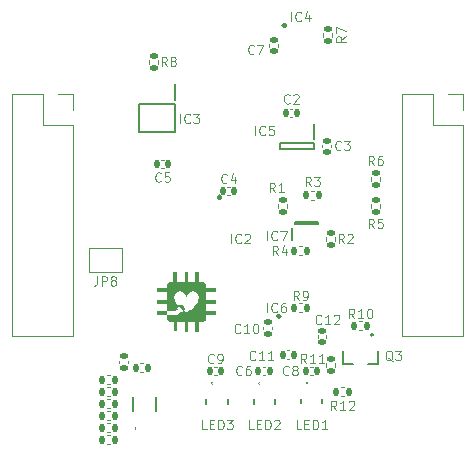
<source format=gbr>
%TF.GenerationSoftware,KiCad,Pcbnew,8.0.7*%
%TF.CreationDate,2024-12-29T21:32:39+01:00*%
%TF.ProjectId,stackflex_feature_air_qual,73746163-6b66-46c6-9578-5f6665617475,1*%
%TF.SameCoordinates,Original*%
%TF.FileFunction,Legend,Top*%
%TF.FilePolarity,Positive*%
%FSLAX46Y46*%
G04 Gerber Fmt 4.6, Leading zero omitted, Abs format (unit mm)*
G04 Created by KiCad (PCBNEW 8.0.7) date 2024-12-29 21:32:39*
%MOMM*%
%LPD*%
G01*
G04 APERTURE LIST*
G04 Aperture macros list*
%AMRoundRect*
0 Rectangle with rounded corners*
0 $1 Rounding radius*
0 $2 $3 $4 $5 $6 $7 $8 $9 X,Y pos of 4 corners*
0 Add a 4 corners polygon primitive as box body*
4,1,4,$2,$3,$4,$5,$6,$7,$8,$9,$2,$3,0*
0 Add four circle primitives for the rounded corners*
1,1,$1+$1,$2,$3*
1,1,$1+$1,$4,$5*
1,1,$1+$1,$6,$7*
1,1,$1+$1,$8,$9*
0 Add four rect primitives between the rounded corners*
20,1,$1+$1,$2,$3,$4,$5,0*
20,1,$1+$1,$4,$5,$6,$7,0*
20,1,$1+$1,$6,$7,$8,$9,0*
20,1,$1+$1,$8,$9,$2,$3,0*%
%AMFreePoly0*
4,1,6,1.000000,0.000000,0.500000,-0.750000,-0.500000,-0.750000,-0.500000,0.750000,0.500000,0.750000,1.000000,0.000000,1.000000,0.000000,$1*%
%AMFreePoly1*
4,1,6,0.500000,-0.750000,-0.650000,-0.750000,-0.150000,0.000000,-0.650000,0.750000,0.500000,0.750000,0.500000,-0.750000,0.500000,-0.750000,$1*%
G04 Aperture macros list end*
%ADD10C,0.100000*%
%ADD11C,0.120000*%
%ADD12C,0.250000*%
%ADD13C,0.200000*%
%ADD14C,0.000000*%
%ADD15RoundRect,0.135000X0.135000X0.185000X-0.135000X0.185000X-0.135000X-0.185000X0.135000X-0.185000X0*%
%ADD16RoundRect,0.140000X-0.140000X-0.170000X0.140000X-0.170000X0.140000X0.170000X-0.140000X0.170000X0*%
%ADD17RoundRect,0.135000X-0.135000X-0.185000X0.135000X-0.185000X0.135000X0.185000X-0.135000X0.185000X0*%
%ADD18RoundRect,0.140000X0.170000X-0.140000X0.170000X0.140000X-0.170000X0.140000X-0.170000X-0.140000X0*%
%ADD19R,1.700000X1.700000*%
%ADD20O,1.700000X1.700000*%
%ADD21C,5.600000*%
%ADD22R,0.750000X0.300000*%
%ADD23R,0.750000X1.450000*%
%ADD24RoundRect,0.135000X-0.185000X0.135000X-0.185000X-0.135000X0.185000X-0.135000X0.185000X0.135000X0*%
%ADD25RoundRect,0.135000X0.185000X-0.135000X0.185000X0.135000X-0.185000X0.135000X-0.185000X-0.135000X0*%
%ADD26R,0.800000X0.450000*%
%ADD27R,1.250000X1.700000*%
%ADD28C,1.000000*%
%ADD29R,0.450000X1.000000*%
%ADD30RoundRect,0.140000X-0.170000X0.140000X-0.170000X-0.140000X0.170000X-0.140000X0.170000X0.140000X0*%
%ADD31R,0.700000X0.600000*%
%ADD32R,0.600000X1.250000*%
%ADD33R,0.600000X0.350000*%
%ADD34R,1.100000X1.700000*%
%ADD35RoundRect,0.140000X0.140000X0.170000X-0.140000X0.170000X-0.140000X-0.170000X0.140000X-0.170000X0*%
%ADD36R,0.300000X0.600000*%
%ADD37R,1.400000X1.200000*%
%ADD38R,0.450000X1.425000*%
%ADD39R,0.600000X0.700000*%
%ADD40FreePoly0,180.000000*%
%ADD41FreePoly1,180.000000*%
G04 APERTURE END LIST*
D10*
X3422667Y-3412895D02*
X3156000Y-3031942D01*
X2965524Y-3412895D02*
X2965524Y-2612895D01*
X2965524Y-2612895D02*
X3270286Y-2612895D01*
X3270286Y-2612895D02*
X3346476Y-2650990D01*
X3346476Y-2650990D02*
X3384571Y-2689085D01*
X3384571Y-2689085D02*
X3422667Y-2765276D01*
X3422667Y-2765276D02*
X3422667Y-2879561D01*
X3422667Y-2879561D02*
X3384571Y-2955752D01*
X3384571Y-2955752D02*
X3346476Y-2993847D01*
X3346476Y-2993847D02*
X3270286Y-3031942D01*
X3270286Y-3031942D02*
X2965524Y-3031942D01*
X4108381Y-2879561D02*
X4108381Y-3412895D01*
X3917905Y-2574800D02*
X3727428Y-3146228D01*
X3727428Y-3146228D02*
X4222667Y-3146228D01*
X-895333Y2759296D02*
X-933429Y2721200D01*
X-933429Y2721200D02*
X-1047714Y2683105D01*
X-1047714Y2683105D02*
X-1123905Y2683105D01*
X-1123905Y2683105D02*
X-1238191Y2721200D01*
X-1238191Y2721200D02*
X-1314381Y2797391D01*
X-1314381Y2797391D02*
X-1352476Y2873581D01*
X-1352476Y2873581D02*
X-1390572Y3025962D01*
X-1390572Y3025962D02*
X-1390572Y3140248D01*
X-1390572Y3140248D02*
X-1352476Y3292629D01*
X-1352476Y3292629D02*
X-1314381Y3368820D01*
X-1314381Y3368820D02*
X-1238191Y3445010D01*
X-1238191Y3445010D02*
X-1123905Y3483105D01*
X-1123905Y3483105D02*
X-1047714Y3483105D01*
X-1047714Y3483105D02*
X-933429Y3445010D01*
X-933429Y3445010D02*
X-895333Y3406915D01*
X-209619Y3216439D02*
X-209619Y2683105D01*
X-400095Y3521200D02*
X-590572Y2949772D01*
X-590572Y2949772D02*
X-95333Y2949772D01*
X6214667Y2429105D02*
X5948000Y2810058D01*
X5757524Y2429105D02*
X5757524Y3229105D01*
X5757524Y3229105D02*
X6062286Y3229105D01*
X6062286Y3229105D02*
X6138476Y3191010D01*
X6138476Y3191010D02*
X6176571Y3152915D01*
X6176571Y3152915D02*
X6214667Y3076724D01*
X6214667Y3076724D02*
X6214667Y2962439D01*
X6214667Y2962439D02*
X6176571Y2886248D01*
X6176571Y2886248D02*
X6138476Y2848153D01*
X6138476Y2848153D02*
X6062286Y2810058D01*
X6062286Y2810058D02*
X5757524Y2810058D01*
X6481333Y3229105D02*
X6976571Y3229105D01*
X6976571Y3229105D02*
X6709905Y2924343D01*
X6709905Y2924343D02*
X6824190Y2924343D01*
X6824190Y2924343D02*
X6900381Y2886248D01*
X6900381Y2886248D02*
X6938476Y2848153D01*
X6938476Y2848153D02*
X6976571Y2771962D01*
X6976571Y2771962D02*
X6976571Y2581486D01*
X6976571Y2581486D02*
X6938476Y2505296D01*
X6938476Y2505296D02*
X6900381Y2467200D01*
X6900381Y2467200D02*
X6824190Y2429105D01*
X6824190Y2429105D02*
X6595619Y2429105D01*
X6595619Y2429105D02*
X6519428Y2467200D01*
X6519428Y2467200D02*
X6481333Y2505296D01*
X247714Y-9940704D02*
X209618Y-9978800D01*
X209618Y-9978800D02*
X95333Y-10016895D01*
X95333Y-10016895D02*
X19142Y-10016895D01*
X19142Y-10016895D02*
X-95144Y-9978800D01*
X-95144Y-9978800D02*
X-171334Y-9902609D01*
X-171334Y-9902609D02*
X-209429Y-9826419D01*
X-209429Y-9826419D02*
X-247525Y-9674038D01*
X-247525Y-9674038D02*
X-247525Y-9559752D01*
X-247525Y-9559752D02*
X-209429Y-9407371D01*
X-209429Y-9407371D02*
X-171334Y-9331180D01*
X-171334Y-9331180D02*
X-95144Y-9254990D01*
X-95144Y-9254990D02*
X19142Y-9216895D01*
X19142Y-9216895D02*
X95333Y-9216895D01*
X95333Y-9216895D02*
X209618Y-9254990D01*
X209618Y-9254990D02*
X247714Y-9293085D01*
X1009618Y-10016895D02*
X552475Y-10016895D01*
X781047Y-10016895D02*
X781047Y-9216895D01*
X781047Y-9216895D02*
X704856Y-9331180D01*
X704856Y-9331180D02*
X628666Y-9407371D01*
X628666Y-9407371D02*
X552475Y-9445466D01*
X1504857Y-9216895D02*
X1581047Y-9216895D01*
X1581047Y-9216895D02*
X1657238Y-9254990D01*
X1657238Y-9254990D02*
X1695333Y-9293085D01*
X1695333Y-9293085D02*
X1733428Y-9369276D01*
X1733428Y-9369276D02*
X1771523Y-9521657D01*
X1771523Y-9521657D02*
X1771523Y-9712133D01*
X1771523Y-9712133D02*
X1733428Y-9864514D01*
X1733428Y-9864514D02*
X1695333Y-9940704D01*
X1695333Y-9940704D02*
X1657238Y-9978800D01*
X1657238Y-9978800D02*
X1581047Y-10016895D01*
X1581047Y-10016895D02*
X1504857Y-10016895D01*
X1504857Y-10016895D02*
X1428666Y-9978800D01*
X1428666Y-9978800D02*
X1390571Y-9940704D01*
X1390571Y-9940704D02*
X1352476Y-9864514D01*
X1352476Y-9864514D02*
X1314380Y-9712133D01*
X1314380Y-9712133D02*
X1314380Y-9521657D01*
X1314380Y-9521657D02*
X1352476Y-9369276D01*
X1352476Y-9369276D02*
X1390571Y-9293085D01*
X1390571Y-9293085D02*
X1428666Y-9254990D01*
X1428666Y-9254990D02*
X1504857Y-9216895D01*
X4340667Y-13508704D02*
X4302571Y-13546800D01*
X4302571Y-13546800D02*
X4188286Y-13584895D01*
X4188286Y-13584895D02*
X4112095Y-13584895D01*
X4112095Y-13584895D02*
X3997809Y-13546800D01*
X3997809Y-13546800D02*
X3921619Y-13470609D01*
X3921619Y-13470609D02*
X3883524Y-13394419D01*
X3883524Y-13394419D02*
X3845428Y-13242038D01*
X3845428Y-13242038D02*
X3845428Y-13127752D01*
X3845428Y-13127752D02*
X3883524Y-12975371D01*
X3883524Y-12975371D02*
X3921619Y-12899180D01*
X3921619Y-12899180D02*
X3997809Y-12822990D01*
X3997809Y-12822990D02*
X4112095Y-12784895D01*
X4112095Y-12784895D02*
X4188286Y-12784895D01*
X4188286Y-12784895D02*
X4302571Y-12822990D01*
X4302571Y-12822990D02*
X4340667Y-12861085D01*
X4797809Y-13127752D02*
X4721619Y-13089657D01*
X4721619Y-13089657D02*
X4683524Y-13051561D01*
X4683524Y-13051561D02*
X4645428Y-12975371D01*
X4645428Y-12975371D02*
X4645428Y-12937276D01*
X4645428Y-12937276D02*
X4683524Y-12861085D01*
X4683524Y-12861085D02*
X4721619Y-12822990D01*
X4721619Y-12822990D02*
X4797809Y-12784895D01*
X4797809Y-12784895D02*
X4950190Y-12784895D01*
X4950190Y-12784895D02*
X5026381Y-12822990D01*
X5026381Y-12822990D02*
X5064476Y-12861085D01*
X5064476Y-12861085D02*
X5102571Y-12937276D01*
X5102571Y-12937276D02*
X5102571Y-12975371D01*
X5102571Y-12975371D02*
X5064476Y-13051561D01*
X5064476Y-13051561D02*
X5026381Y-13089657D01*
X5026381Y-13089657D02*
X4950190Y-13127752D01*
X4950190Y-13127752D02*
X4797809Y-13127752D01*
X4797809Y-13127752D02*
X4721619Y-13165847D01*
X4721619Y-13165847D02*
X4683524Y-13203942D01*
X4683524Y-13203942D02*
X4645428Y-13280133D01*
X4645428Y-13280133D02*
X4645428Y-13432514D01*
X4645428Y-13432514D02*
X4683524Y-13508704D01*
X4683524Y-13508704D02*
X4721619Y-13546800D01*
X4721619Y-13546800D02*
X4797809Y-13584895D01*
X4797809Y-13584895D02*
X4950190Y-13584895D01*
X4950190Y-13584895D02*
X5026381Y-13546800D01*
X5026381Y-13546800D02*
X5064476Y-13508704D01*
X5064476Y-13508704D02*
X5102571Y-13432514D01*
X5102571Y-13432514D02*
X5102571Y-13280133D01*
X5102571Y-13280133D02*
X5064476Y-13203942D01*
X5064476Y-13203942D02*
X5026381Y-13165847D01*
X5026381Y-13165847D02*
X4950190Y-13127752D01*
X8375714Y-16520895D02*
X8109047Y-16139942D01*
X7918571Y-16520895D02*
X7918571Y-15720895D01*
X7918571Y-15720895D02*
X8223333Y-15720895D01*
X8223333Y-15720895D02*
X8299523Y-15758990D01*
X8299523Y-15758990D02*
X8337618Y-15797085D01*
X8337618Y-15797085D02*
X8375714Y-15873276D01*
X8375714Y-15873276D02*
X8375714Y-15987561D01*
X8375714Y-15987561D02*
X8337618Y-16063752D01*
X8337618Y-16063752D02*
X8299523Y-16101847D01*
X8299523Y-16101847D02*
X8223333Y-16139942D01*
X8223333Y-16139942D02*
X7918571Y-16139942D01*
X9137618Y-16520895D02*
X8680475Y-16520895D01*
X8909047Y-16520895D02*
X8909047Y-15720895D01*
X8909047Y-15720895D02*
X8832856Y-15835180D01*
X8832856Y-15835180D02*
X8756666Y-15911371D01*
X8756666Y-15911371D02*
X8680475Y-15949466D01*
X9442380Y-15797085D02*
X9480476Y-15758990D01*
X9480476Y-15758990D02*
X9556666Y-15720895D01*
X9556666Y-15720895D02*
X9747142Y-15720895D01*
X9747142Y-15720895D02*
X9823333Y-15758990D01*
X9823333Y-15758990D02*
X9861428Y-15797085D01*
X9861428Y-15797085D02*
X9899523Y-15873276D01*
X9899523Y-15873276D02*
X9899523Y-15949466D01*
X9899523Y-15949466D02*
X9861428Y-16063752D01*
X9861428Y-16063752D02*
X9404285Y-16520895D01*
X9404285Y-16520895D02*
X9899523Y-16520895D01*
X4553048Y16399105D02*
X4553048Y17199105D01*
X5391143Y16475296D02*
X5353047Y16437200D01*
X5353047Y16437200D02*
X5238762Y16399105D01*
X5238762Y16399105D02*
X5162571Y16399105D01*
X5162571Y16399105D02*
X5048285Y16437200D01*
X5048285Y16437200D02*
X4972095Y16513391D01*
X4972095Y16513391D02*
X4934000Y16589581D01*
X4934000Y16589581D02*
X4895904Y16741962D01*
X4895904Y16741962D02*
X4895904Y16856248D01*
X4895904Y16856248D02*
X4934000Y17008629D01*
X4934000Y17008629D02*
X4972095Y17084820D01*
X4972095Y17084820D02*
X5048285Y17161010D01*
X5048285Y17161010D02*
X5162571Y17199105D01*
X5162571Y17199105D02*
X5238762Y17199105D01*
X5238762Y17199105D02*
X5353047Y17161010D01*
X5353047Y17161010D02*
X5391143Y17122915D01*
X6076857Y16932439D02*
X6076857Y16399105D01*
X5886381Y17237200D02*
X5695904Y16665772D01*
X5695904Y16665772D02*
X6191143Y16665772D01*
X3168667Y1921105D02*
X2902000Y2302058D01*
X2711524Y1921105D02*
X2711524Y2721105D01*
X2711524Y2721105D02*
X3016286Y2721105D01*
X3016286Y2721105D02*
X3092476Y2683010D01*
X3092476Y2683010D02*
X3130571Y2644915D01*
X3130571Y2644915D02*
X3168667Y2568724D01*
X3168667Y2568724D02*
X3168667Y2454439D01*
X3168667Y2454439D02*
X3130571Y2378248D01*
X3130571Y2378248D02*
X3092476Y2340153D01*
X3092476Y2340153D02*
X3016286Y2302058D01*
X3016286Y2302058D02*
X2711524Y2302058D01*
X3930571Y1921105D02*
X3473428Y1921105D01*
X3702000Y1921105D02*
X3702000Y2721105D01*
X3702000Y2721105D02*
X3625809Y2606820D01*
X3625809Y2606820D02*
X3549619Y2530629D01*
X3549619Y2530629D02*
X3473428Y2492534D01*
X9154895Y15108668D02*
X8773942Y14842001D01*
X9154895Y14651525D02*
X8354895Y14651525D01*
X8354895Y14651525D02*
X8354895Y14956287D01*
X8354895Y14956287D02*
X8392990Y15032477D01*
X8392990Y15032477D02*
X8431085Y15070572D01*
X8431085Y15070572D02*
X8507276Y15108668D01*
X8507276Y15108668D02*
X8621561Y15108668D01*
X8621561Y15108668D02*
X8697752Y15070572D01*
X8697752Y15070572D02*
X8735847Y15032477D01*
X8735847Y15032477D02*
X8773942Y14956287D01*
X8773942Y14956287D02*
X8773942Y14651525D01*
X8354895Y15375334D02*
X8354895Y15908668D01*
X8354895Y15908668D02*
X9154895Y15565810D01*
X11550667Y4207105D02*
X11284000Y4588058D01*
X11093524Y4207105D02*
X11093524Y5007105D01*
X11093524Y5007105D02*
X11398286Y5007105D01*
X11398286Y5007105D02*
X11474476Y4969010D01*
X11474476Y4969010D02*
X11512571Y4930915D01*
X11512571Y4930915D02*
X11550667Y4854724D01*
X11550667Y4854724D02*
X11550667Y4740439D01*
X11550667Y4740439D02*
X11512571Y4664248D01*
X11512571Y4664248D02*
X11474476Y4626153D01*
X11474476Y4626153D02*
X11398286Y4588058D01*
X11398286Y4588058D02*
X11093524Y4588058D01*
X12236381Y5007105D02*
X12084000Y5007105D01*
X12084000Y5007105D02*
X12007809Y4969010D01*
X12007809Y4969010D02*
X11969714Y4930915D01*
X11969714Y4930915D02*
X11893524Y4816629D01*
X11893524Y4816629D02*
X11855428Y4664248D01*
X11855428Y4664248D02*
X11855428Y4359486D01*
X11855428Y4359486D02*
X11893524Y4283296D01*
X11893524Y4283296D02*
X11931619Y4245200D01*
X11931619Y4245200D02*
X12007809Y4207105D01*
X12007809Y4207105D02*
X12160190Y4207105D01*
X12160190Y4207105D02*
X12236381Y4245200D01*
X12236381Y4245200D02*
X12274476Y4283296D01*
X12274476Y4283296D02*
X12312571Y4359486D01*
X12312571Y4359486D02*
X12312571Y4549962D01*
X12312571Y4549962D02*
X12274476Y4626153D01*
X12274476Y4626153D02*
X12236381Y4664248D01*
X12236381Y4664248D02*
X12160190Y4702343D01*
X12160190Y4702343D02*
X12007809Y4702343D01*
X12007809Y4702343D02*
X11931619Y4664248D01*
X11931619Y4664248D02*
X11893524Y4626153D01*
X11893524Y4626153D02*
X11855428Y4549962D01*
X11550667Y-1126895D02*
X11284000Y-745942D01*
X11093524Y-1126895D02*
X11093524Y-326895D01*
X11093524Y-326895D02*
X11398286Y-326895D01*
X11398286Y-326895D02*
X11474476Y-364990D01*
X11474476Y-364990D02*
X11512571Y-403085D01*
X11512571Y-403085D02*
X11550667Y-479276D01*
X11550667Y-479276D02*
X11550667Y-593561D01*
X11550667Y-593561D02*
X11512571Y-669752D01*
X11512571Y-669752D02*
X11474476Y-707847D01*
X11474476Y-707847D02*
X11398286Y-745942D01*
X11398286Y-745942D02*
X11093524Y-745942D01*
X12274476Y-326895D02*
X11893524Y-326895D01*
X11893524Y-326895D02*
X11855428Y-707847D01*
X11855428Y-707847D02*
X11893524Y-669752D01*
X11893524Y-669752D02*
X11969714Y-631657D01*
X11969714Y-631657D02*
X12160190Y-631657D01*
X12160190Y-631657D02*
X12236381Y-669752D01*
X12236381Y-669752D02*
X12274476Y-707847D01*
X12274476Y-707847D02*
X12312571Y-784038D01*
X12312571Y-784038D02*
X12312571Y-974514D01*
X12312571Y-974514D02*
X12274476Y-1050704D01*
X12274476Y-1050704D02*
X12236381Y-1088800D01*
X12236381Y-1088800D02*
X12160190Y-1126895D01*
X12160190Y-1126895D02*
X11969714Y-1126895D01*
X11969714Y-1126895D02*
X11893524Y-1088800D01*
X11893524Y-1088800D02*
X11855428Y-1050704D01*
X9010667Y-2396895D02*
X8744000Y-2015942D01*
X8553524Y-2396895D02*
X8553524Y-1596895D01*
X8553524Y-1596895D02*
X8858286Y-1596895D01*
X8858286Y-1596895D02*
X8934476Y-1634990D01*
X8934476Y-1634990D02*
X8972571Y-1673085D01*
X8972571Y-1673085D02*
X9010667Y-1749276D01*
X9010667Y-1749276D02*
X9010667Y-1863561D01*
X9010667Y-1863561D02*
X8972571Y-1939752D01*
X8972571Y-1939752D02*
X8934476Y-1977847D01*
X8934476Y-1977847D02*
X8858286Y-2015942D01*
X8858286Y-2015942D02*
X8553524Y-2015942D01*
X9315428Y-1673085D02*
X9353524Y-1634990D01*
X9353524Y-1634990D02*
X9429714Y-1596895D01*
X9429714Y-1596895D02*
X9620190Y-1596895D01*
X9620190Y-1596895D02*
X9696381Y-1634990D01*
X9696381Y-1634990D02*
X9734476Y-1673085D01*
X9734476Y-1673085D02*
X9772571Y-1749276D01*
X9772571Y-1749276D02*
X9772571Y-1825466D01*
X9772571Y-1825466D02*
X9734476Y-1939752D01*
X9734476Y-1939752D02*
X9277333Y-2396895D01*
X9277333Y-2396895D02*
X9772571Y-2396895D01*
X-526952Y-2396895D02*
X-526952Y-1596895D01*
X311143Y-2320704D02*
X273047Y-2358800D01*
X273047Y-2358800D02*
X158762Y-2396895D01*
X158762Y-2396895D02*
X82571Y-2396895D01*
X82571Y-2396895D02*
X-31715Y-2358800D01*
X-31715Y-2358800D02*
X-107905Y-2282609D01*
X-107905Y-2282609D02*
X-146000Y-2206419D01*
X-146000Y-2206419D02*
X-184096Y-2054038D01*
X-184096Y-2054038D02*
X-184096Y-1939752D01*
X-184096Y-1939752D02*
X-146000Y-1787371D01*
X-146000Y-1787371D02*
X-107905Y-1711180D01*
X-107905Y-1711180D02*
X-31715Y-1634990D01*
X-31715Y-1634990D02*
X82571Y-1596895D01*
X82571Y-1596895D02*
X158762Y-1596895D01*
X158762Y-1596895D02*
X273047Y-1634990D01*
X273047Y-1634990D02*
X311143Y-1673085D01*
X615904Y-1673085D02*
X654000Y-1634990D01*
X654000Y-1634990D02*
X730190Y-1596895D01*
X730190Y-1596895D02*
X920666Y-1596895D01*
X920666Y-1596895D02*
X996857Y-1634990D01*
X996857Y-1634990D02*
X1034952Y-1673085D01*
X1034952Y-1673085D02*
X1073047Y-1749276D01*
X1073047Y-1749276D02*
X1073047Y-1825466D01*
X1073047Y-1825466D02*
X1034952Y-1939752D01*
X1034952Y-1939752D02*
X577809Y-2396895D01*
X577809Y-2396895D02*
X1073047Y-2396895D01*
X9899714Y-8746895D02*
X9633047Y-8365942D01*
X9442571Y-8746895D02*
X9442571Y-7946895D01*
X9442571Y-7946895D02*
X9747333Y-7946895D01*
X9747333Y-7946895D02*
X9823523Y-7984990D01*
X9823523Y-7984990D02*
X9861618Y-8023085D01*
X9861618Y-8023085D02*
X9899714Y-8099276D01*
X9899714Y-8099276D02*
X9899714Y-8213561D01*
X9899714Y-8213561D02*
X9861618Y-8289752D01*
X9861618Y-8289752D02*
X9823523Y-8327847D01*
X9823523Y-8327847D02*
X9747333Y-8365942D01*
X9747333Y-8365942D02*
X9442571Y-8365942D01*
X10661618Y-8746895D02*
X10204475Y-8746895D01*
X10433047Y-8746895D02*
X10433047Y-7946895D01*
X10433047Y-7946895D02*
X10356856Y-8061180D01*
X10356856Y-8061180D02*
X10280666Y-8137371D01*
X10280666Y-8137371D02*
X10204475Y-8175466D01*
X11156857Y-7946895D02*
X11233047Y-7946895D01*
X11233047Y-7946895D02*
X11309238Y-7984990D01*
X11309238Y-7984990D02*
X11347333Y-8023085D01*
X11347333Y-8023085D02*
X11385428Y-8099276D01*
X11385428Y-8099276D02*
X11423523Y-8251657D01*
X11423523Y-8251657D02*
X11423523Y-8442133D01*
X11423523Y-8442133D02*
X11385428Y-8594514D01*
X11385428Y-8594514D02*
X11347333Y-8670704D01*
X11347333Y-8670704D02*
X11309238Y-8708800D01*
X11309238Y-8708800D02*
X11233047Y-8746895D01*
X11233047Y-8746895D02*
X11156857Y-8746895D01*
X11156857Y-8746895D02*
X11080666Y-8708800D01*
X11080666Y-8708800D02*
X11042571Y-8670704D01*
X11042571Y-8670704D02*
X11004476Y-8594514D01*
X11004476Y-8594514D02*
X10966380Y-8442133D01*
X10966380Y-8442133D02*
X10966380Y-8251657D01*
X10966380Y-8251657D02*
X11004476Y-8099276D01*
X11004476Y-8099276D02*
X11042571Y-8023085D01*
X11042571Y-8023085D02*
X11080666Y-7984990D01*
X11080666Y-7984990D02*
X11156857Y-7946895D01*
X4410667Y9507296D02*
X4372571Y9469200D01*
X4372571Y9469200D02*
X4258286Y9431105D01*
X4258286Y9431105D02*
X4182095Y9431105D01*
X4182095Y9431105D02*
X4067809Y9469200D01*
X4067809Y9469200D02*
X3991619Y9545391D01*
X3991619Y9545391D02*
X3953524Y9621581D01*
X3953524Y9621581D02*
X3915428Y9773962D01*
X3915428Y9773962D02*
X3915428Y9888248D01*
X3915428Y9888248D02*
X3953524Y10040629D01*
X3953524Y10040629D02*
X3991619Y10116820D01*
X3991619Y10116820D02*
X4067809Y10193010D01*
X4067809Y10193010D02*
X4182095Y10231105D01*
X4182095Y10231105D02*
X4258286Y10231105D01*
X4258286Y10231105D02*
X4372571Y10193010D01*
X4372571Y10193010D02*
X4410667Y10154915D01*
X4715428Y10154915D02*
X4753524Y10193010D01*
X4753524Y10193010D02*
X4829714Y10231105D01*
X4829714Y10231105D02*
X5020190Y10231105D01*
X5020190Y10231105D02*
X5096381Y10193010D01*
X5096381Y10193010D02*
X5134476Y10154915D01*
X5134476Y10154915D02*
X5172571Y10078724D01*
X5172571Y10078724D02*
X5172571Y10002534D01*
X5172571Y10002534D02*
X5134476Y9888248D01*
X5134476Y9888248D02*
X4677333Y9431105D01*
X4677333Y9431105D02*
X5172571Y9431105D01*
X7105714Y-9178704D02*
X7067618Y-9216800D01*
X7067618Y-9216800D02*
X6953333Y-9254895D01*
X6953333Y-9254895D02*
X6877142Y-9254895D01*
X6877142Y-9254895D02*
X6762856Y-9216800D01*
X6762856Y-9216800D02*
X6686666Y-9140609D01*
X6686666Y-9140609D02*
X6648571Y-9064419D01*
X6648571Y-9064419D02*
X6610475Y-8912038D01*
X6610475Y-8912038D02*
X6610475Y-8797752D01*
X6610475Y-8797752D02*
X6648571Y-8645371D01*
X6648571Y-8645371D02*
X6686666Y-8569180D01*
X6686666Y-8569180D02*
X6762856Y-8492990D01*
X6762856Y-8492990D02*
X6877142Y-8454895D01*
X6877142Y-8454895D02*
X6953333Y-8454895D01*
X6953333Y-8454895D02*
X7067618Y-8492990D01*
X7067618Y-8492990D02*
X7105714Y-8531085D01*
X7867618Y-9254895D02*
X7410475Y-9254895D01*
X7639047Y-9254895D02*
X7639047Y-8454895D01*
X7639047Y-8454895D02*
X7562856Y-8569180D01*
X7562856Y-8569180D02*
X7486666Y-8645371D01*
X7486666Y-8645371D02*
X7410475Y-8683466D01*
X8172380Y-8531085D02*
X8210476Y-8492990D01*
X8210476Y-8492990D02*
X8286666Y-8454895D01*
X8286666Y-8454895D02*
X8477142Y-8454895D01*
X8477142Y-8454895D02*
X8553333Y-8492990D01*
X8553333Y-8492990D02*
X8591428Y-8531085D01*
X8591428Y-8531085D02*
X8629523Y-8607276D01*
X8629523Y-8607276D02*
X8629523Y-8683466D01*
X8629523Y-8683466D02*
X8591428Y-8797752D01*
X8591428Y-8797752D02*
X8134285Y-9254895D01*
X8134285Y-9254895D02*
X8629523Y-9254895D01*
X2521048Y-2142895D02*
X2521048Y-1342895D01*
X3359143Y-2066704D02*
X3321047Y-2104800D01*
X3321047Y-2104800D02*
X3206762Y-2142895D01*
X3206762Y-2142895D02*
X3130571Y-2142895D01*
X3130571Y-2142895D02*
X3016285Y-2104800D01*
X3016285Y-2104800D02*
X2940095Y-2028609D01*
X2940095Y-2028609D02*
X2902000Y-1952419D01*
X2902000Y-1952419D02*
X2863904Y-1800038D01*
X2863904Y-1800038D02*
X2863904Y-1685752D01*
X2863904Y-1685752D02*
X2902000Y-1533371D01*
X2902000Y-1533371D02*
X2940095Y-1457180D01*
X2940095Y-1457180D02*
X3016285Y-1380990D01*
X3016285Y-1380990D02*
X3130571Y-1342895D01*
X3130571Y-1342895D02*
X3206762Y-1342895D01*
X3206762Y-1342895D02*
X3321047Y-1380990D01*
X3321047Y-1380990D02*
X3359143Y-1419085D01*
X3625809Y-1342895D02*
X4159143Y-1342895D01*
X4159143Y-1342895D02*
X3816285Y-2142895D01*
X5835714Y-12556895D02*
X5569047Y-12175942D01*
X5378571Y-12556895D02*
X5378571Y-11756895D01*
X5378571Y-11756895D02*
X5683333Y-11756895D01*
X5683333Y-11756895D02*
X5759523Y-11794990D01*
X5759523Y-11794990D02*
X5797618Y-11833085D01*
X5797618Y-11833085D02*
X5835714Y-11909276D01*
X5835714Y-11909276D02*
X5835714Y-12023561D01*
X5835714Y-12023561D02*
X5797618Y-12099752D01*
X5797618Y-12099752D02*
X5759523Y-12137847D01*
X5759523Y-12137847D02*
X5683333Y-12175942D01*
X5683333Y-12175942D02*
X5378571Y-12175942D01*
X6597618Y-12556895D02*
X6140475Y-12556895D01*
X6369047Y-12556895D02*
X6369047Y-11756895D01*
X6369047Y-11756895D02*
X6292856Y-11871180D01*
X6292856Y-11871180D02*
X6216666Y-11947371D01*
X6216666Y-11947371D02*
X6140475Y-11985466D01*
X7359523Y-12556895D02*
X6902380Y-12556895D01*
X7130952Y-12556895D02*
X7130952Y-11756895D01*
X7130952Y-11756895D02*
X7054761Y-11871180D01*
X7054761Y-11871180D02*
X6978571Y-11947371D01*
X6978571Y-11947371D02*
X6902380Y-11985466D01*
X1390667Y13681296D02*
X1352571Y13643200D01*
X1352571Y13643200D02*
X1238286Y13605105D01*
X1238286Y13605105D02*
X1162095Y13605105D01*
X1162095Y13605105D02*
X1047809Y13643200D01*
X1047809Y13643200D02*
X971619Y13719391D01*
X971619Y13719391D02*
X933524Y13795581D01*
X933524Y13795581D02*
X895428Y13947962D01*
X895428Y13947962D02*
X895428Y14062248D01*
X895428Y14062248D02*
X933524Y14214629D01*
X933524Y14214629D02*
X971619Y14290820D01*
X971619Y14290820D02*
X1047809Y14367010D01*
X1047809Y14367010D02*
X1162095Y14405105D01*
X1162095Y14405105D02*
X1238286Y14405105D01*
X1238286Y14405105D02*
X1352571Y14367010D01*
X1352571Y14367010D02*
X1390667Y14328915D01*
X1657333Y14405105D02*
X2190667Y14405105D01*
X2190667Y14405105D02*
X1847809Y13605105D01*
X1364761Y-18144895D02*
X983809Y-18144895D01*
X983809Y-18144895D02*
X983809Y-17344895D01*
X1631428Y-17725847D02*
X1898094Y-17725847D01*
X2012380Y-18144895D02*
X1631428Y-18144895D01*
X1631428Y-18144895D02*
X1631428Y-17344895D01*
X1631428Y-17344895D02*
X2012380Y-17344895D01*
X2355238Y-18144895D02*
X2355238Y-17344895D01*
X2355238Y-17344895D02*
X2545714Y-17344895D01*
X2545714Y-17344895D02*
X2660000Y-17382990D01*
X2660000Y-17382990D02*
X2736190Y-17459180D01*
X2736190Y-17459180D02*
X2774285Y-17535371D01*
X2774285Y-17535371D02*
X2812381Y-17687752D01*
X2812381Y-17687752D02*
X2812381Y-17802038D01*
X2812381Y-17802038D02*
X2774285Y-17954419D01*
X2774285Y-17954419D02*
X2736190Y-18030609D01*
X2736190Y-18030609D02*
X2660000Y-18106800D01*
X2660000Y-18106800D02*
X2545714Y-18144895D01*
X2545714Y-18144895D02*
X2355238Y-18144895D01*
X3117142Y-17421085D02*
X3155238Y-17382990D01*
X3155238Y-17382990D02*
X3231428Y-17344895D01*
X3231428Y-17344895D02*
X3421904Y-17344895D01*
X3421904Y-17344895D02*
X3498095Y-17382990D01*
X3498095Y-17382990D02*
X3536190Y-17421085D01*
X3536190Y-17421085D02*
X3574285Y-17497276D01*
X3574285Y-17497276D02*
X3574285Y-17573466D01*
X3574285Y-17573466D02*
X3536190Y-17687752D01*
X3536190Y-17687752D02*
X3079047Y-18144895D01*
X3079047Y-18144895D02*
X3574285Y-18144895D01*
X-2622239Y-18144895D02*
X-3003191Y-18144895D01*
X-3003191Y-18144895D02*
X-3003191Y-17344895D01*
X-2355572Y-17725847D02*
X-2088906Y-17725847D01*
X-1974620Y-18144895D02*
X-2355572Y-18144895D01*
X-2355572Y-18144895D02*
X-2355572Y-17344895D01*
X-2355572Y-17344895D02*
X-1974620Y-17344895D01*
X-1631762Y-18144895D02*
X-1631762Y-17344895D01*
X-1631762Y-17344895D02*
X-1441286Y-17344895D01*
X-1441286Y-17344895D02*
X-1327000Y-17382990D01*
X-1327000Y-17382990D02*
X-1250810Y-17459180D01*
X-1250810Y-17459180D02*
X-1212715Y-17535371D01*
X-1212715Y-17535371D02*
X-1174619Y-17687752D01*
X-1174619Y-17687752D02*
X-1174619Y-17802038D01*
X-1174619Y-17802038D02*
X-1212715Y-17954419D01*
X-1212715Y-17954419D02*
X-1250810Y-18030609D01*
X-1250810Y-18030609D02*
X-1327000Y-18106800D01*
X-1327000Y-18106800D02*
X-1441286Y-18144895D01*
X-1441286Y-18144895D02*
X-1631762Y-18144895D01*
X-907953Y-17344895D02*
X-412715Y-17344895D01*
X-412715Y-17344895D02*
X-679381Y-17649657D01*
X-679381Y-17649657D02*
X-565096Y-17649657D01*
X-565096Y-17649657D02*
X-488905Y-17687752D01*
X-488905Y-17687752D02*
X-450810Y-17725847D01*
X-450810Y-17725847D02*
X-412715Y-17802038D01*
X-412715Y-17802038D02*
X-412715Y-17992514D01*
X-412715Y-17992514D02*
X-450810Y-18068704D01*
X-450810Y-18068704D02*
X-488905Y-18106800D01*
X-488905Y-18106800D02*
X-565096Y-18144895D01*
X-565096Y-18144895D02*
X-793667Y-18144895D01*
X-793667Y-18144895D02*
X-869858Y-18106800D01*
X-869858Y-18106800D02*
X-907953Y-18068704D01*
X374667Y-13496704D02*
X336571Y-13534800D01*
X336571Y-13534800D02*
X222286Y-13572895D01*
X222286Y-13572895D02*
X146095Y-13572895D01*
X146095Y-13572895D02*
X31809Y-13534800D01*
X31809Y-13534800D02*
X-44381Y-13458609D01*
X-44381Y-13458609D02*
X-82476Y-13382419D01*
X-82476Y-13382419D02*
X-120572Y-13230038D01*
X-120572Y-13230038D02*
X-120572Y-13115752D01*
X-120572Y-13115752D02*
X-82476Y-12963371D01*
X-82476Y-12963371D02*
X-44381Y-12887180D01*
X-44381Y-12887180D02*
X31809Y-12810990D01*
X31809Y-12810990D02*
X146095Y-12772895D01*
X146095Y-12772895D02*
X222286Y-12772895D01*
X222286Y-12772895D02*
X336571Y-12810990D01*
X336571Y-12810990D02*
X374667Y-12849085D01*
X1060381Y-12772895D02*
X908000Y-12772895D01*
X908000Y-12772895D02*
X831809Y-12810990D01*
X831809Y-12810990D02*
X793714Y-12849085D01*
X793714Y-12849085D02*
X717524Y-12963371D01*
X717524Y-12963371D02*
X679428Y-13115752D01*
X679428Y-13115752D02*
X679428Y-13420514D01*
X679428Y-13420514D02*
X717524Y-13496704D01*
X717524Y-13496704D02*
X755619Y-13534800D01*
X755619Y-13534800D02*
X831809Y-13572895D01*
X831809Y-13572895D02*
X984190Y-13572895D01*
X984190Y-13572895D02*
X1060381Y-13534800D01*
X1060381Y-13534800D02*
X1098476Y-13496704D01*
X1098476Y-13496704D02*
X1136571Y-13420514D01*
X1136571Y-13420514D02*
X1136571Y-13230038D01*
X1136571Y-13230038D02*
X1098476Y-13153847D01*
X1098476Y-13153847D02*
X1060381Y-13115752D01*
X1060381Y-13115752D02*
X984190Y-13077657D01*
X984190Y-13077657D02*
X831809Y-13077657D01*
X831809Y-13077657D02*
X755619Y-13115752D01*
X755619Y-13115752D02*
X717524Y-13153847D01*
X717524Y-13153847D02*
X679428Y-13230038D01*
X1505048Y6747105D02*
X1505048Y7547105D01*
X2343143Y6823296D02*
X2305047Y6785200D01*
X2305047Y6785200D02*
X2190762Y6747105D01*
X2190762Y6747105D02*
X2114571Y6747105D01*
X2114571Y6747105D02*
X2000285Y6785200D01*
X2000285Y6785200D02*
X1924095Y6861391D01*
X1924095Y6861391D02*
X1886000Y6937581D01*
X1886000Y6937581D02*
X1847904Y7089962D01*
X1847904Y7089962D02*
X1847904Y7204248D01*
X1847904Y7204248D02*
X1886000Y7356629D01*
X1886000Y7356629D02*
X1924095Y7432820D01*
X1924095Y7432820D02*
X2000285Y7509010D01*
X2000285Y7509010D02*
X2114571Y7547105D01*
X2114571Y7547105D02*
X2190762Y7547105D01*
X2190762Y7547105D02*
X2305047Y7509010D01*
X2305047Y7509010D02*
X2343143Y7470915D01*
X3066952Y7547105D02*
X2686000Y7547105D01*
X2686000Y7547105D02*
X2647904Y7166153D01*
X2647904Y7166153D02*
X2686000Y7204248D01*
X2686000Y7204248D02*
X2762190Y7242343D01*
X2762190Y7242343D02*
X2952666Y7242343D01*
X2952666Y7242343D02*
X3028857Y7204248D01*
X3028857Y7204248D02*
X3066952Y7166153D01*
X3066952Y7166153D02*
X3105047Y7089962D01*
X3105047Y7089962D02*
X3105047Y6899486D01*
X3105047Y6899486D02*
X3066952Y6823296D01*
X3066952Y6823296D02*
X3028857Y6785200D01*
X3028857Y6785200D02*
X2952666Y6747105D01*
X2952666Y6747105D02*
X2762190Y6747105D01*
X2762190Y6747105D02*
X2686000Y6785200D01*
X2686000Y6785200D02*
X2647904Y6823296D01*
X-5975333Y12589105D02*
X-6242000Y12970058D01*
X-6432476Y12589105D02*
X-6432476Y13389105D01*
X-6432476Y13389105D02*
X-6127714Y13389105D01*
X-6127714Y13389105D02*
X-6051524Y13351010D01*
X-6051524Y13351010D02*
X-6013429Y13312915D01*
X-6013429Y13312915D02*
X-5975333Y13236724D01*
X-5975333Y13236724D02*
X-5975333Y13122439D01*
X-5975333Y13122439D02*
X-6013429Y13046248D01*
X-6013429Y13046248D02*
X-6051524Y13008153D01*
X-6051524Y13008153D02*
X-6127714Y12970058D01*
X-6127714Y12970058D02*
X-6432476Y12970058D01*
X-5518191Y13046248D02*
X-5594381Y13084343D01*
X-5594381Y13084343D02*
X-5632476Y13122439D01*
X-5632476Y13122439D02*
X-5670572Y13198629D01*
X-5670572Y13198629D02*
X-5670572Y13236724D01*
X-5670572Y13236724D02*
X-5632476Y13312915D01*
X-5632476Y13312915D02*
X-5594381Y13351010D01*
X-5594381Y13351010D02*
X-5518191Y13389105D01*
X-5518191Y13389105D02*
X-5365810Y13389105D01*
X-5365810Y13389105D02*
X-5289619Y13351010D01*
X-5289619Y13351010D02*
X-5251524Y13312915D01*
X-5251524Y13312915D02*
X-5213429Y13236724D01*
X-5213429Y13236724D02*
X-5213429Y13198629D01*
X-5213429Y13198629D02*
X-5251524Y13122439D01*
X-5251524Y13122439D02*
X-5289619Y13084343D01*
X-5289619Y13084343D02*
X-5365810Y13046248D01*
X-5365810Y13046248D02*
X-5518191Y13046248D01*
X-5518191Y13046248D02*
X-5594381Y13008153D01*
X-5594381Y13008153D02*
X-5632476Y12970058D01*
X-5632476Y12970058D02*
X-5670572Y12893867D01*
X-5670572Y12893867D02*
X-5670572Y12741486D01*
X-5670572Y12741486D02*
X-5632476Y12665296D01*
X-5632476Y12665296D02*
X-5594381Y12627200D01*
X-5594381Y12627200D02*
X-5518191Y12589105D01*
X-5518191Y12589105D02*
X-5365810Y12589105D01*
X-5365810Y12589105D02*
X-5289619Y12627200D01*
X-5289619Y12627200D02*
X-5251524Y12665296D01*
X-5251524Y12665296D02*
X-5213429Y12741486D01*
X-5213429Y12741486D02*
X-5213429Y12893867D01*
X-5213429Y12893867D02*
X-5251524Y12970058D01*
X-5251524Y12970058D02*
X-5289619Y13008153D01*
X-5289619Y13008153D02*
X-5365810Y13046248D01*
X5396761Y-18144895D02*
X5015809Y-18144895D01*
X5015809Y-18144895D02*
X5015809Y-17344895D01*
X5663428Y-17725847D02*
X5930094Y-17725847D01*
X6044380Y-18144895D02*
X5663428Y-18144895D01*
X5663428Y-18144895D02*
X5663428Y-17344895D01*
X5663428Y-17344895D02*
X6044380Y-17344895D01*
X6387238Y-18144895D02*
X6387238Y-17344895D01*
X6387238Y-17344895D02*
X6577714Y-17344895D01*
X6577714Y-17344895D02*
X6692000Y-17382990D01*
X6692000Y-17382990D02*
X6768190Y-17459180D01*
X6768190Y-17459180D02*
X6806285Y-17535371D01*
X6806285Y-17535371D02*
X6844381Y-17687752D01*
X6844381Y-17687752D02*
X6844381Y-17802038D01*
X6844381Y-17802038D02*
X6806285Y-17954419D01*
X6806285Y-17954419D02*
X6768190Y-18030609D01*
X6768190Y-18030609D02*
X6692000Y-18106800D01*
X6692000Y-18106800D02*
X6577714Y-18144895D01*
X6577714Y-18144895D02*
X6387238Y-18144895D01*
X7606285Y-18144895D02*
X7149142Y-18144895D01*
X7377714Y-18144895D02*
X7377714Y-17344895D01*
X7377714Y-17344895D02*
X7301523Y-17459180D01*
X7301523Y-17459180D02*
X7225333Y-17535371D01*
X7225333Y-17535371D02*
X7149142Y-17573466D01*
X8756667Y5553296D02*
X8718571Y5515200D01*
X8718571Y5515200D02*
X8604286Y5477105D01*
X8604286Y5477105D02*
X8528095Y5477105D01*
X8528095Y5477105D02*
X8413809Y5515200D01*
X8413809Y5515200D02*
X8337619Y5591391D01*
X8337619Y5591391D02*
X8299524Y5667581D01*
X8299524Y5667581D02*
X8261428Y5819962D01*
X8261428Y5819962D02*
X8261428Y5934248D01*
X8261428Y5934248D02*
X8299524Y6086629D01*
X8299524Y6086629D02*
X8337619Y6162820D01*
X8337619Y6162820D02*
X8413809Y6239010D01*
X8413809Y6239010D02*
X8528095Y6277105D01*
X8528095Y6277105D02*
X8604286Y6277105D01*
X8604286Y6277105D02*
X8718571Y6239010D01*
X8718571Y6239010D02*
X8756667Y6200915D01*
X9023333Y6277105D02*
X9518571Y6277105D01*
X9518571Y6277105D02*
X9251905Y5972343D01*
X9251905Y5972343D02*
X9366190Y5972343D01*
X9366190Y5972343D02*
X9442381Y5934248D01*
X9442381Y5934248D02*
X9480476Y5896153D01*
X9480476Y5896153D02*
X9518571Y5819962D01*
X9518571Y5819962D02*
X9518571Y5629486D01*
X9518571Y5629486D02*
X9480476Y5553296D01*
X9480476Y5553296D02*
X9442381Y5515200D01*
X9442381Y5515200D02*
X9366190Y5477105D01*
X9366190Y5477105D02*
X9137619Y5477105D01*
X9137619Y5477105D02*
X9061428Y5515200D01*
X9061428Y5515200D02*
X9023333Y5553296D01*
X5200667Y-7222895D02*
X4934000Y-6841942D01*
X4743524Y-7222895D02*
X4743524Y-6422895D01*
X4743524Y-6422895D02*
X5048286Y-6422895D01*
X5048286Y-6422895D02*
X5124476Y-6460990D01*
X5124476Y-6460990D02*
X5162571Y-6499085D01*
X5162571Y-6499085D02*
X5200667Y-6575276D01*
X5200667Y-6575276D02*
X5200667Y-6689561D01*
X5200667Y-6689561D02*
X5162571Y-6765752D01*
X5162571Y-6765752D02*
X5124476Y-6803847D01*
X5124476Y-6803847D02*
X5048286Y-6841942D01*
X5048286Y-6841942D02*
X4743524Y-6841942D01*
X5581619Y-7222895D02*
X5734000Y-7222895D01*
X5734000Y-7222895D02*
X5810190Y-7184800D01*
X5810190Y-7184800D02*
X5848286Y-7146704D01*
X5848286Y-7146704D02*
X5924476Y-7032419D01*
X5924476Y-7032419D02*
X5962571Y-6880038D01*
X5962571Y-6880038D02*
X5962571Y-6575276D01*
X5962571Y-6575276D02*
X5924476Y-6499085D01*
X5924476Y-6499085D02*
X5886381Y-6460990D01*
X5886381Y-6460990D02*
X5810190Y-6422895D01*
X5810190Y-6422895D02*
X5657809Y-6422895D01*
X5657809Y-6422895D02*
X5581619Y-6460990D01*
X5581619Y-6460990D02*
X5543524Y-6499085D01*
X5543524Y-6499085D02*
X5505428Y-6575276D01*
X5505428Y-6575276D02*
X5505428Y-6765752D01*
X5505428Y-6765752D02*
X5543524Y-6841942D01*
X5543524Y-6841942D02*
X5581619Y-6880038D01*
X5581619Y-6880038D02*
X5657809Y-6918133D01*
X5657809Y-6918133D02*
X5810190Y-6918133D01*
X5810190Y-6918133D02*
X5886381Y-6880038D01*
X5886381Y-6880038D02*
X5924476Y-6841942D01*
X5924476Y-6841942D02*
X5962571Y-6765752D01*
X2521048Y-8238895D02*
X2521048Y-7438895D01*
X3359143Y-8162704D02*
X3321047Y-8200800D01*
X3321047Y-8200800D02*
X3206762Y-8238895D01*
X3206762Y-8238895D02*
X3130571Y-8238895D01*
X3130571Y-8238895D02*
X3016285Y-8200800D01*
X3016285Y-8200800D02*
X2940095Y-8124609D01*
X2940095Y-8124609D02*
X2902000Y-8048419D01*
X2902000Y-8048419D02*
X2863904Y-7896038D01*
X2863904Y-7896038D02*
X2863904Y-7781752D01*
X2863904Y-7781752D02*
X2902000Y-7629371D01*
X2902000Y-7629371D02*
X2940095Y-7553180D01*
X2940095Y-7553180D02*
X3016285Y-7476990D01*
X3016285Y-7476990D02*
X3130571Y-7438895D01*
X3130571Y-7438895D02*
X3206762Y-7438895D01*
X3206762Y-7438895D02*
X3321047Y-7476990D01*
X3321047Y-7476990D02*
X3359143Y-7515085D01*
X4044857Y-7438895D02*
X3892476Y-7438895D01*
X3892476Y-7438895D02*
X3816285Y-7476990D01*
X3816285Y-7476990D02*
X3778190Y-7515085D01*
X3778190Y-7515085D02*
X3702000Y-7629371D01*
X3702000Y-7629371D02*
X3663904Y-7781752D01*
X3663904Y-7781752D02*
X3663904Y-8086514D01*
X3663904Y-8086514D02*
X3702000Y-8162704D01*
X3702000Y-8162704D02*
X3740095Y-8200800D01*
X3740095Y-8200800D02*
X3816285Y-8238895D01*
X3816285Y-8238895D02*
X3968666Y-8238895D01*
X3968666Y-8238895D02*
X4044857Y-8200800D01*
X4044857Y-8200800D02*
X4082952Y-8162704D01*
X4082952Y-8162704D02*
X4121047Y-8086514D01*
X4121047Y-8086514D02*
X4121047Y-7896038D01*
X4121047Y-7896038D02*
X4082952Y-7819847D01*
X4082952Y-7819847D02*
X4044857Y-7781752D01*
X4044857Y-7781752D02*
X3968666Y-7743657D01*
X3968666Y-7743657D02*
X3816285Y-7743657D01*
X3816285Y-7743657D02*
X3740095Y-7781752D01*
X3740095Y-7781752D02*
X3702000Y-7819847D01*
X3702000Y-7819847D02*
X3663904Y-7896038D01*
X-6483333Y2869296D02*
X-6521429Y2831200D01*
X-6521429Y2831200D02*
X-6635714Y2793105D01*
X-6635714Y2793105D02*
X-6711905Y2793105D01*
X-6711905Y2793105D02*
X-6826191Y2831200D01*
X-6826191Y2831200D02*
X-6902381Y2907391D01*
X-6902381Y2907391D02*
X-6940476Y2983581D01*
X-6940476Y2983581D02*
X-6978572Y3135962D01*
X-6978572Y3135962D02*
X-6978572Y3250248D01*
X-6978572Y3250248D02*
X-6940476Y3402629D01*
X-6940476Y3402629D02*
X-6902381Y3478820D01*
X-6902381Y3478820D02*
X-6826191Y3555010D01*
X-6826191Y3555010D02*
X-6711905Y3593105D01*
X-6711905Y3593105D02*
X-6635714Y3593105D01*
X-6635714Y3593105D02*
X-6521429Y3555010D01*
X-6521429Y3555010D02*
X-6483333Y3516915D01*
X-5759524Y3593105D02*
X-6140476Y3593105D01*
X-6140476Y3593105D02*
X-6178572Y3212153D01*
X-6178572Y3212153D02*
X-6140476Y3250248D01*
X-6140476Y3250248D02*
X-6064286Y3288343D01*
X-6064286Y3288343D02*
X-5873810Y3288343D01*
X-5873810Y3288343D02*
X-5797619Y3250248D01*
X-5797619Y3250248D02*
X-5759524Y3212153D01*
X-5759524Y3212153D02*
X-5721429Y3135962D01*
X-5721429Y3135962D02*
X-5721429Y2945486D01*
X-5721429Y2945486D02*
X-5759524Y2869296D01*
X-5759524Y2869296D02*
X-5797619Y2831200D01*
X-5797619Y2831200D02*
X-5873810Y2793105D01*
X-5873810Y2793105D02*
X-6064286Y2793105D01*
X-6064286Y2793105D02*
X-6140476Y2831200D01*
X-6140476Y2831200D02*
X-6178572Y2869296D01*
X1517714Y-12226704D02*
X1479618Y-12264800D01*
X1479618Y-12264800D02*
X1365333Y-12302895D01*
X1365333Y-12302895D02*
X1289142Y-12302895D01*
X1289142Y-12302895D02*
X1174856Y-12264800D01*
X1174856Y-12264800D02*
X1098666Y-12188609D01*
X1098666Y-12188609D02*
X1060571Y-12112419D01*
X1060571Y-12112419D02*
X1022475Y-11960038D01*
X1022475Y-11960038D02*
X1022475Y-11845752D01*
X1022475Y-11845752D02*
X1060571Y-11693371D01*
X1060571Y-11693371D02*
X1098666Y-11617180D01*
X1098666Y-11617180D02*
X1174856Y-11540990D01*
X1174856Y-11540990D02*
X1289142Y-11502895D01*
X1289142Y-11502895D02*
X1365333Y-11502895D01*
X1365333Y-11502895D02*
X1479618Y-11540990D01*
X1479618Y-11540990D02*
X1517714Y-11579085D01*
X2279618Y-12302895D02*
X1822475Y-12302895D01*
X2051047Y-12302895D02*
X2051047Y-11502895D01*
X2051047Y-11502895D02*
X1974856Y-11617180D01*
X1974856Y-11617180D02*
X1898666Y-11693371D01*
X1898666Y-11693371D02*
X1822475Y-11731466D01*
X3041523Y-12302895D02*
X2584380Y-12302895D01*
X2812952Y-12302895D02*
X2812952Y-11502895D01*
X2812952Y-11502895D02*
X2736761Y-11617180D01*
X2736761Y-11617180D02*
X2660571Y-11693371D01*
X2660571Y-11693371D02*
X2584380Y-11731466D01*
X-2009333Y-12480704D02*
X-2047429Y-12518800D01*
X-2047429Y-12518800D02*
X-2161714Y-12556895D01*
X-2161714Y-12556895D02*
X-2237905Y-12556895D01*
X-2237905Y-12556895D02*
X-2352191Y-12518800D01*
X-2352191Y-12518800D02*
X-2428381Y-12442609D01*
X-2428381Y-12442609D02*
X-2466476Y-12366419D01*
X-2466476Y-12366419D02*
X-2504572Y-12214038D01*
X-2504572Y-12214038D02*
X-2504572Y-12099752D01*
X-2504572Y-12099752D02*
X-2466476Y-11947371D01*
X-2466476Y-11947371D02*
X-2428381Y-11871180D01*
X-2428381Y-11871180D02*
X-2352191Y-11794990D01*
X-2352191Y-11794990D02*
X-2237905Y-11756895D01*
X-2237905Y-11756895D02*
X-2161714Y-11756895D01*
X-2161714Y-11756895D02*
X-2047429Y-11794990D01*
X-2047429Y-11794990D02*
X-2009333Y-11833085D01*
X-1628381Y-12556895D02*
X-1476000Y-12556895D01*
X-1476000Y-12556895D02*
X-1399810Y-12518800D01*
X-1399810Y-12518800D02*
X-1361714Y-12480704D01*
X-1361714Y-12480704D02*
X-1285524Y-12366419D01*
X-1285524Y-12366419D02*
X-1247429Y-12214038D01*
X-1247429Y-12214038D02*
X-1247429Y-11909276D01*
X-1247429Y-11909276D02*
X-1285524Y-11833085D01*
X-1285524Y-11833085D02*
X-1323619Y-11794990D01*
X-1323619Y-11794990D02*
X-1399810Y-11756895D01*
X-1399810Y-11756895D02*
X-1552191Y-11756895D01*
X-1552191Y-11756895D02*
X-1628381Y-11794990D01*
X-1628381Y-11794990D02*
X-1666476Y-11833085D01*
X-1666476Y-11833085D02*
X-1704572Y-11909276D01*
X-1704572Y-11909276D02*
X-1704572Y-12099752D01*
X-1704572Y-12099752D02*
X-1666476Y-12175942D01*
X-1666476Y-12175942D02*
X-1628381Y-12214038D01*
X-1628381Y-12214038D02*
X-1552191Y-12252133D01*
X-1552191Y-12252133D02*
X-1399810Y-12252133D01*
X-1399810Y-12252133D02*
X-1323619Y-12214038D01*
X-1323619Y-12214038D02*
X-1285524Y-12175942D01*
X-1285524Y-12175942D02*
X-1247429Y-12099752D01*
X-4844952Y7763105D02*
X-4844952Y8563105D01*
X-4006857Y7839296D02*
X-4044953Y7801200D01*
X-4044953Y7801200D02*
X-4159238Y7763105D01*
X-4159238Y7763105D02*
X-4235429Y7763105D01*
X-4235429Y7763105D02*
X-4349715Y7801200D01*
X-4349715Y7801200D02*
X-4425905Y7877391D01*
X-4425905Y7877391D02*
X-4464000Y7953581D01*
X-4464000Y7953581D02*
X-4502096Y8105962D01*
X-4502096Y8105962D02*
X-4502096Y8220248D01*
X-4502096Y8220248D02*
X-4464000Y8372629D01*
X-4464000Y8372629D02*
X-4425905Y8448820D01*
X-4425905Y8448820D02*
X-4349715Y8525010D01*
X-4349715Y8525010D02*
X-4235429Y8563105D01*
X-4235429Y8563105D02*
X-4159238Y8563105D01*
X-4159238Y8563105D02*
X-4044953Y8525010D01*
X-4044953Y8525010D02*
X-4006857Y8486915D01*
X-3740191Y8563105D02*
X-3244953Y8563105D01*
X-3244953Y8563105D02*
X-3511619Y8258343D01*
X-3511619Y8258343D02*
X-3397334Y8258343D01*
X-3397334Y8258343D02*
X-3321143Y8220248D01*
X-3321143Y8220248D02*
X-3283048Y8182153D01*
X-3283048Y8182153D02*
X-3244953Y8105962D01*
X-3244953Y8105962D02*
X-3244953Y7915486D01*
X-3244953Y7915486D02*
X-3283048Y7839296D01*
X-3283048Y7839296D02*
X-3321143Y7801200D01*
X-3321143Y7801200D02*
X-3397334Y7763105D01*
X-3397334Y7763105D02*
X-3625905Y7763105D01*
X-3625905Y7763105D02*
X-3702096Y7801200D01*
X-3702096Y7801200D02*
X-3740191Y7839296D01*
X13131809Y-12379085D02*
X13055619Y-12340990D01*
X13055619Y-12340990D02*
X12979428Y-12264800D01*
X12979428Y-12264800D02*
X12865142Y-12150514D01*
X12865142Y-12150514D02*
X12788952Y-12112419D01*
X12788952Y-12112419D02*
X12712761Y-12112419D01*
X12750857Y-12302895D02*
X12674666Y-12264800D01*
X12674666Y-12264800D02*
X12598476Y-12188609D01*
X12598476Y-12188609D02*
X12560380Y-12036228D01*
X12560380Y-12036228D02*
X12560380Y-11769561D01*
X12560380Y-11769561D02*
X12598476Y-11617180D01*
X12598476Y-11617180D02*
X12674666Y-11540990D01*
X12674666Y-11540990D02*
X12750857Y-11502895D01*
X12750857Y-11502895D02*
X12903238Y-11502895D01*
X12903238Y-11502895D02*
X12979428Y-11540990D01*
X12979428Y-11540990D02*
X13055619Y-11617180D01*
X13055619Y-11617180D02*
X13093714Y-11769561D01*
X13093714Y-11769561D02*
X13093714Y-12036228D01*
X13093714Y-12036228D02*
X13055619Y-12188609D01*
X13055619Y-12188609D02*
X12979428Y-12264800D01*
X12979428Y-12264800D02*
X12903238Y-12302895D01*
X12903238Y-12302895D02*
X12750857Y-12302895D01*
X13360380Y-11502895D02*
X13855618Y-11502895D01*
X13855618Y-11502895D02*
X13588952Y-11807657D01*
X13588952Y-11807657D02*
X13703237Y-11807657D01*
X13703237Y-11807657D02*
X13779428Y-11845752D01*
X13779428Y-11845752D02*
X13817523Y-11883847D01*
X13817523Y-11883847D02*
X13855618Y-11960038D01*
X13855618Y-11960038D02*
X13855618Y-12150514D01*
X13855618Y-12150514D02*
X13817523Y-12226704D01*
X13817523Y-12226704D02*
X13779428Y-12264800D01*
X13779428Y-12264800D02*
X13703237Y-12302895D01*
X13703237Y-12302895D02*
X13474666Y-12302895D01*
X13474666Y-12302895D02*
X13398475Y-12264800D01*
X13398475Y-12264800D02*
X13360380Y-12226704D01*
X-11879667Y-5174895D02*
X-11879667Y-5746323D01*
X-11879667Y-5746323D02*
X-11917762Y-5860609D01*
X-11917762Y-5860609D02*
X-11993953Y-5936800D01*
X-11993953Y-5936800D02*
X-12108238Y-5974895D01*
X-12108238Y-5974895D02*
X-12184429Y-5974895D01*
X-11498714Y-5974895D02*
X-11498714Y-5174895D01*
X-11498714Y-5174895D02*
X-11193952Y-5174895D01*
X-11193952Y-5174895D02*
X-11117762Y-5212990D01*
X-11117762Y-5212990D02*
X-11079667Y-5251085D01*
X-11079667Y-5251085D02*
X-11041571Y-5327276D01*
X-11041571Y-5327276D02*
X-11041571Y-5441561D01*
X-11041571Y-5441561D02*
X-11079667Y-5517752D01*
X-11079667Y-5517752D02*
X-11117762Y-5555847D01*
X-11117762Y-5555847D02*
X-11193952Y-5593942D01*
X-11193952Y-5593942D02*
X-11498714Y-5593942D01*
X-10584429Y-5517752D02*
X-10660619Y-5479657D01*
X-10660619Y-5479657D02*
X-10698714Y-5441561D01*
X-10698714Y-5441561D02*
X-10736810Y-5365371D01*
X-10736810Y-5365371D02*
X-10736810Y-5327276D01*
X-10736810Y-5327276D02*
X-10698714Y-5251085D01*
X-10698714Y-5251085D02*
X-10660619Y-5212990D01*
X-10660619Y-5212990D02*
X-10584429Y-5174895D01*
X-10584429Y-5174895D02*
X-10432048Y-5174895D01*
X-10432048Y-5174895D02*
X-10355857Y-5212990D01*
X-10355857Y-5212990D02*
X-10317762Y-5251085D01*
X-10317762Y-5251085D02*
X-10279667Y-5327276D01*
X-10279667Y-5327276D02*
X-10279667Y-5365371D01*
X-10279667Y-5365371D02*
X-10317762Y-5441561D01*
X-10317762Y-5441561D02*
X-10355857Y-5479657D01*
X-10355857Y-5479657D02*
X-10432048Y-5517752D01*
X-10432048Y-5517752D02*
X-10584429Y-5517752D01*
X-10584429Y-5517752D02*
X-10660619Y-5555847D01*
X-10660619Y-5555847D02*
X-10698714Y-5593942D01*
X-10698714Y-5593942D02*
X-10736810Y-5670133D01*
X-10736810Y-5670133D02*
X-10736810Y-5822514D01*
X-10736810Y-5822514D02*
X-10698714Y-5898704D01*
X-10698714Y-5898704D02*
X-10660619Y-5936800D01*
X-10660619Y-5936800D02*
X-10584429Y-5974895D01*
X-10584429Y-5974895D02*
X-10432048Y-5974895D01*
X-10432048Y-5974895D02*
X-10355857Y-5936800D01*
X-10355857Y-5936800D02*
X-10317762Y-5898704D01*
X-10317762Y-5898704D02*
X-10279667Y-5822514D01*
X-10279667Y-5822514D02*
X-10279667Y-5670133D01*
X-10279667Y-5670133D02*
X-10317762Y-5593942D01*
X-10317762Y-5593942D02*
X-10355857Y-5555847D01*
X-10355857Y-5555847D02*
X-10432048Y-5517752D01*
D11*
%TO.C,R4*%
X5487641Y-2668000D02*
X5180359Y-2668000D01*
X5487641Y-3428000D02*
X5180359Y-3428000D01*
%TO.C,C4*%
X-869836Y2392000D02*
X-654164Y2392000D01*
X-869836Y1672000D02*
X-654164Y1672000D01*
%TO.C,R3*%
X6194359Y2036000D02*
X6501641Y2036000D01*
X6194359Y1276000D02*
X6501641Y1276000D01*
%TO.C,C10*%
X2180000Y-9675836D02*
X2180000Y-9460164D01*
X2900000Y-9675836D02*
X2900000Y-9460164D01*
%TO.C,C8*%
X6144164Y-12860000D02*
X6359836Y-12860000D01*
X6144164Y-13580000D02*
X6359836Y-13580000D01*
%TO.C,J2*%
X13910000Y10220000D02*
X13910000Y-10220000D01*
X13910000Y10220000D02*
X16510000Y10220000D01*
X13910000Y-10220000D02*
X19110000Y-10220000D01*
X16510000Y10220000D02*
X16510000Y7620000D01*
X16510000Y7620000D02*
X19110000Y7620000D01*
X17780000Y10220000D02*
X19110000Y10220000D01*
X19110000Y10220000D02*
X19110000Y8890000D01*
X19110000Y7620000D02*
X19110000Y-10220000D01*
%TO.C,JP3*%
X-11075641Y-13590000D02*
X-10768359Y-13590000D01*
X-11075641Y-14350000D02*
X-10768359Y-14350000D01*
%TO.C,C1*%
X-10012000Y-12553836D02*
X-10012000Y-12338164D01*
X-9292000Y-12553836D02*
X-9292000Y-12338164D01*
%TO.C,R12*%
X9043641Y-14606000D02*
X8736359Y-14606000D01*
X9043641Y-15366000D02*
X8736359Y-15366000D01*
D12*
%TO.C,IC4*%
X4084000Y16032000D02*
G75*
G02*
X3834000Y16032000I-125000J0D01*
G01*
X3834000Y16032000D02*
G75*
G02*
X4084000Y16032000I125000J0D01*
G01*
D11*
%TO.C,JP1*%
X-7972359Y-12574000D02*
X-8279641Y-12574000D01*
X-7972359Y-13334000D02*
X-8279641Y-13334000D01*
%TO.C,R1*%
X3430000Y915641D02*
X3430000Y608359D01*
X4190000Y915641D02*
X4190000Y608359D01*
%TO.C,R7*%
X7240000Y15395641D02*
X7240000Y15088359D01*
X8000000Y15395641D02*
X8000000Y15088359D01*
%TO.C,R6*%
X11304000Y3201641D02*
X11304000Y2894359D01*
X12064000Y3201641D02*
X12064000Y2894359D01*
%TO.C,R5*%
X11304000Y608359D02*
X11304000Y915641D01*
X12064000Y608359D02*
X12064000Y915641D01*
%TO.C,JP6*%
X-10770359Y-18670000D02*
X-11077641Y-18670000D01*
X-10770359Y-19430000D02*
X-11077641Y-19430000D01*
%TO.C,JP7*%
X-11077641Y-17654000D02*
X-10770359Y-17654000D01*
X-11077641Y-18414000D02*
X-10770359Y-18414000D01*
%TO.C,R2*%
X7494000Y-2185641D02*
X7494000Y-1878359D01*
X8254000Y-2185641D02*
X8254000Y-1878359D01*
D12*
%TO.C,IC2*%
X-1405000Y1487000D02*
G75*
G02*
X-1655000Y1487000I-125000J0D01*
G01*
X-1655000Y1487000D02*
G75*
G02*
X-1405000Y1487000I125000J0D01*
G01*
D11*
%TO.C,R10*%
X10567641Y-9018000D02*
X10260359Y-9018000D01*
X10567641Y-9778000D02*
X10260359Y-9778000D01*
%TO.C,C2*%
X4436164Y8996000D02*
X4651836Y8996000D01*
X4436164Y8276000D02*
X4651836Y8276000D01*
%TO.C,C12*%
X6786000Y-10409836D02*
X6786000Y-10194164D01*
X7506000Y-10409836D02*
X7506000Y-10194164D01*
D13*
%TO.C,IC7*%
X4617000Y-2146000D02*
X4617000Y-1146000D01*
X4842000Y-596000D02*
X6842000Y-596000D01*
X4842000Y-796000D02*
X4842000Y-596000D01*
X6842000Y-596000D02*
X6842000Y-796000D01*
X6842000Y-796000D02*
X4842000Y-796000D01*
D11*
%TO.C,R11*%
X7494000Y-12853641D02*
X7494000Y-12546359D01*
X8254000Y-12853641D02*
X8254000Y-12546359D01*
%TO.C,C7*%
X2688000Y14445836D02*
X2688000Y14230164D01*
X3408000Y14445836D02*
X3408000Y14230164D01*
D13*
%TO.C,LED2*%
X1360000Y-15972000D02*
X1360000Y-15572000D01*
D10*
X1810000Y-14172000D02*
X1810000Y-14172000D01*
X1810000Y-14272000D02*
X1810000Y-14272000D01*
D13*
X3160000Y-15972000D02*
X3160000Y-15572000D01*
D10*
X1810000Y-14172000D02*
G75*
G02*
X1810000Y-14272000I0J-50000D01*
G01*
X1810000Y-14272000D02*
G75*
G02*
X1810000Y-14172000I0J50000D01*
G01*
D13*
%TO.C,LED3*%
X-2627000Y-15972000D02*
X-2627000Y-15572000D01*
D10*
X-2177000Y-14172000D02*
X-2177000Y-14172000D01*
X-2177000Y-14272000D02*
X-2177000Y-14272000D01*
D13*
X-827000Y-15972000D02*
X-827000Y-15572000D01*
D10*
X-2177000Y-14172000D02*
G75*
G02*
X-2177000Y-14272000I0J-50000D01*
G01*
X-2177000Y-14272000D02*
G75*
G02*
X-2177000Y-14172000I0J50000D01*
G01*
D11*
%TO.C,C6*%
X2136164Y-12860000D02*
X2351836Y-12860000D01*
X2136164Y-13580000D02*
X2351836Y-13580000D01*
D13*
%TO.C,IC5*%
X3564000Y6097000D02*
X6464000Y6097000D01*
X3564000Y5547000D02*
X3564000Y6097000D01*
X6464000Y6097000D02*
X6464000Y5547000D01*
X6464000Y5547000D02*
X3564000Y5547000D01*
X6514000Y7697000D02*
X6514000Y6447000D01*
D11*
%TO.C,R8*%
X-7492000Y13107641D02*
X-7492000Y12800359D01*
X-6732000Y13107641D02*
X-6732000Y12800359D01*
%TO.C,JP4*%
X-10770359Y-16638000D02*
X-11077641Y-16638000D01*
X-10770359Y-17398000D02*
X-11077641Y-17398000D01*
D13*
%TO.C,LED1*%
X5392000Y-15960000D02*
X5392000Y-15560000D01*
D10*
X5842000Y-14160000D02*
X5842000Y-14160000D01*
X5842000Y-14260000D02*
X5842000Y-14260000D01*
D13*
X7192000Y-15960000D02*
X7192000Y-15560000D01*
D10*
X5842000Y-14160000D02*
G75*
G02*
X5842000Y-14260000I0J-50000D01*
G01*
X5842000Y-14260000D02*
G75*
G02*
X5842000Y-14160000I0J50000D01*
G01*
D11*
%TO.C,JP2*%
X-10768359Y-14606000D02*
X-11075641Y-14606000D01*
X-10768359Y-15366000D02*
X-11075641Y-15366000D01*
D14*
%TO.C,G\u002A\u002A\u002A*%
G36*
X-5095069Y-5278080D02*
G01*
X-5095069Y-5702926D01*
X-4790051Y-5702926D01*
X-4485033Y-5702926D01*
X-4485033Y-5278080D01*
X-4485033Y-4853234D01*
X-4319815Y-4853234D01*
X-4154597Y-4853234D01*
X-4154597Y-5278080D01*
X-4154597Y-5702926D01*
X-3860473Y-5702926D01*
X-3566349Y-5702926D01*
X-3566349Y-5283527D01*
X-3566349Y-4864127D01*
X-3399315Y-4864127D01*
X-3232282Y-4864127D01*
X-3232282Y-5283332D01*
X-3232282Y-5702538D01*
X-3058893Y-5703873D01*
X-3016913Y-5704202D01*
X-2981451Y-5704546D01*
X-2951765Y-5704991D01*
X-2927113Y-5705621D01*
X-2906751Y-5706521D01*
X-2889936Y-5707777D01*
X-2875925Y-5709474D01*
X-2863976Y-5711697D01*
X-2853346Y-5714530D01*
X-2843290Y-5718060D01*
X-2833068Y-5722372D01*
X-2821935Y-5727549D01*
X-2812398Y-5732121D01*
X-2774103Y-5754442D01*
X-2739434Y-5782582D01*
X-2709310Y-5815621D01*
X-2684654Y-5852638D01*
X-2676859Y-5867661D01*
X-2670450Y-5881147D01*
X-2665154Y-5893002D01*
X-2660856Y-5904088D01*
X-2657442Y-5915267D01*
X-2654799Y-5927400D01*
X-2652812Y-5941348D01*
X-2651369Y-5957974D01*
X-2650354Y-5978139D01*
X-2649655Y-6002704D01*
X-2649158Y-6032531D01*
X-2648748Y-6068482D01*
X-2648616Y-6081475D01*
X-2647202Y-6222183D01*
X-2231665Y-6222183D01*
X-1816127Y-6222183D01*
X-1816127Y-6387401D01*
X-1816127Y-6552619D01*
X-2231896Y-6552619D01*
X-2647664Y-6552619D01*
X-2647664Y-6873977D01*
X-2647664Y-7195335D01*
X-2231896Y-7195335D01*
X-1816127Y-7195335D01*
X-1816127Y-7360553D01*
X-1816127Y-7525771D01*
X-2231896Y-7525771D01*
X-2647664Y-7525771D01*
X-2647664Y-7847129D01*
X-2647664Y-8168487D01*
X-2231896Y-8168487D01*
X-1816127Y-8168487D01*
X-1816127Y-8335521D01*
X-1816127Y-8502554D01*
X-2231672Y-8502554D01*
X-2647216Y-8502554D01*
X-2648615Y-8648709D01*
X-2649005Y-8687473D01*
X-2649438Y-8719812D01*
X-2650023Y-8746567D01*
X-2650866Y-8768573D01*
X-2652076Y-8786671D01*
X-2653762Y-8801697D01*
X-2656030Y-8814491D01*
X-2658990Y-8825890D01*
X-2662748Y-8836733D01*
X-2667413Y-8847857D01*
X-2673094Y-8860101D01*
X-2676859Y-8867970D01*
X-2699180Y-8906265D01*
X-2727320Y-8940935D01*
X-2760359Y-8971058D01*
X-2797376Y-8995715D01*
X-2812398Y-9003510D01*
X-2824778Y-9009429D01*
X-2835674Y-9014408D01*
X-2845836Y-9018534D01*
X-2856011Y-9021893D01*
X-2866948Y-9024572D01*
X-2879396Y-9026657D01*
X-2894103Y-9028234D01*
X-2911817Y-9029390D01*
X-2933286Y-9030210D01*
X-2959259Y-9030783D01*
X-2990485Y-9031193D01*
X-3027712Y-9031528D01*
X-3057078Y-9031758D01*
X-3228650Y-9033096D01*
X-3228650Y-9455931D01*
X-3228650Y-9878766D01*
X-3393868Y-9878766D01*
X-3559086Y-9878766D01*
X-3559086Y-9455735D01*
X-3559086Y-9032705D01*
X-3856842Y-9032705D01*
X-4154597Y-9032705D01*
X-4154597Y-9455735D01*
X-4154597Y-9878766D01*
X-4319815Y-9878766D01*
X-4485033Y-9878766D01*
X-4485033Y-9455735D01*
X-4485033Y-9032705D01*
X-4786420Y-9032705D01*
X-5087807Y-9032705D01*
X-5087807Y-9450289D01*
X-5087807Y-9867873D01*
X-5253025Y-9867873D01*
X-5418243Y-9867873D01*
X-5418243Y-9450496D01*
X-5418243Y-9033118D01*
X-5578922Y-9031756D01*
X-5619421Y-9031402D01*
X-5653442Y-9031021D01*
X-5681768Y-9030520D01*
X-5705183Y-9029803D01*
X-5724469Y-9028776D01*
X-5740411Y-9027344D01*
X-5753791Y-9025413D01*
X-5765394Y-9022888D01*
X-5776003Y-9019674D01*
X-5786401Y-9015677D01*
X-5797372Y-9010802D01*
X-5809699Y-9004954D01*
X-5812708Y-9003510D01*
X-5851003Y-8981188D01*
X-5885673Y-8953048D01*
X-5915796Y-8920010D01*
X-5940452Y-8882993D01*
X-5948247Y-8867970D01*
X-5954529Y-8854773D01*
X-5959744Y-8843169D01*
X-5964000Y-8832326D01*
X-5967402Y-8821413D01*
X-5970057Y-8809601D01*
X-5972071Y-8796058D01*
X-5973550Y-8779953D01*
X-5974600Y-8760456D01*
X-5975327Y-8736736D01*
X-5975838Y-8707962D01*
X-5976237Y-8673303D01*
X-5976492Y-8646893D01*
X-5977885Y-8498923D01*
X-6397063Y-8498923D01*
X-6816241Y-8498923D01*
X-6816241Y-8333705D01*
X-6816241Y-8168487D01*
X-6396842Y-8168487D01*
X-5977442Y-8168487D01*
X-5977442Y-8333705D01*
X-5977442Y-8498923D01*
X-5552596Y-8498923D01*
X-5484974Y-8498907D01*
X-5424308Y-8498857D01*
X-5370294Y-8498769D01*
X-5322626Y-8498640D01*
X-5280999Y-8498468D01*
X-5245107Y-8498249D01*
X-5214645Y-8497980D01*
X-5189307Y-8497658D01*
X-5168789Y-8497279D01*
X-5152785Y-8496841D01*
X-5140989Y-8496341D01*
X-5133096Y-8495775D01*
X-5128801Y-8495140D01*
X-5127750Y-8494566D01*
X-5126631Y-8492095D01*
X-5123310Y-8494648D01*
X-5121313Y-8494646D01*
X-5117242Y-8492274D01*
X-5110756Y-8487210D01*
X-5101510Y-8479133D01*
X-5089160Y-8467722D01*
X-5073365Y-8452654D01*
X-5053780Y-8433607D01*
X-5030063Y-8410260D01*
X-5001869Y-8382292D01*
X-4977156Y-8357665D01*
X-4835441Y-8216243D01*
X-4813654Y-8219941D01*
X-4793980Y-8221798D01*
X-4769914Y-8221825D01*
X-4744054Y-8220168D01*
X-4718997Y-8216970D01*
X-4702903Y-8213793D01*
X-4678791Y-8206202D01*
X-4651922Y-8194629D01*
X-4624620Y-8180282D01*
X-4599204Y-8164370D01*
X-4579766Y-8149630D01*
X-4564027Y-8135844D01*
X-4553652Y-8125702D01*
X-4548132Y-8118571D01*
X-4546961Y-8113817D01*
X-4548976Y-8111193D01*
X-4555238Y-8106703D01*
X-4565816Y-8098672D01*
X-4579379Y-8088121D01*
X-4587970Y-8081341D01*
X-4593250Y-8076845D01*
X-4603344Y-8067957D01*
X-4617698Y-8055177D01*
X-4635761Y-8039005D01*
X-4656980Y-8019943D01*
X-4680802Y-7998490D01*
X-4706674Y-7975148D01*
X-4734045Y-7950417D01*
X-4762360Y-7924798D01*
X-4791069Y-7898792D01*
X-4819617Y-7872898D01*
X-4847453Y-7847618D01*
X-4874024Y-7823453D01*
X-4898777Y-7800902D01*
X-4921159Y-7780467D01*
X-4940618Y-7762649D01*
X-4956602Y-7747947D01*
X-4968558Y-7736863D01*
X-4975932Y-7729897D01*
X-4976308Y-7729532D01*
X-5000978Y-7705514D01*
X-5008331Y-7714592D01*
X-5036210Y-7754249D01*
X-5057982Y-7796564D01*
X-5073195Y-7840572D01*
X-5078658Y-7865459D01*
X-5082687Y-7893944D01*
X-5083917Y-7919350D01*
X-5082399Y-7945280D01*
X-5080046Y-7963560D01*
X-5075917Y-7991324D01*
X-5164443Y-8079906D01*
X-5252969Y-8168487D01*
X-5615206Y-8168487D01*
X-5977442Y-8168487D01*
X-5977442Y-7847129D01*
X-5977442Y-7525771D01*
X-6396842Y-7525771D01*
X-6816241Y-7525771D01*
X-6816241Y-7360553D01*
X-6816241Y-7195335D01*
X-6396842Y-7195335D01*
X-5977442Y-7195335D01*
X-5977442Y-6966967D01*
X-5344688Y-6966967D01*
X-5341604Y-7032634D01*
X-5331827Y-7099916D01*
X-5315428Y-7168608D01*
X-5292482Y-7238507D01*
X-5263061Y-7309407D01*
X-5227238Y-7381104D01*
X-5185085Y-7453393D01*
X-5136675Y-7526070D01*
X-5082082Y-7598930D01*
X-5044451Y-7644946D01*
X-5031747Y-7659992D01*
X-5020364Y-7673480D01*
X-5011293Y-7684235D01*
X-5005526Y-7691082D01*
X-5004376Y-7692450D01*
X-5001509Y-7695097D01*
X-4998072Y-7695481D01*
X-4992810Y-7693011D01*
X-4984470Y-7687096D01*
X-4971798Y-7677147D01*
X-4971696Y-7677065D01*
X-4947931Y-7660359D01*
X-4920088Y-7644356D01*
X-4890951Y-7630485D01*
X-4863303Y-7620171D01*
X-4857228Y-7618392D01*
X-4835171Y-7613973D01*
X-4808535Y-7611154D01*
X-4779842Y-7610002D01*
X-4751611Y-7610588D01*
X-4726364Y-7612981D01*
X-4717189Y-7614554D01*
X-4672455Y-7627186D01*
X-4630891Y-7646087D01*
X-4592988Y-7670776D01*
X-4559238Y-7700771D01*
X-4530132Y-7735592D01*
X-4506161Y-7774757D01*
X-4487817Y-7817785D01*
X-4479106Y-7847750D01*
X-4475851Y-7866861D01*
X-4473801Y-7890525D01*
X-4472987Y-7916283D01*
X-4473441Y-7941675D01*
X-4475197Y-7964242D01*
X-4477392Y-7977851D01*
X-4487326Y-8012309D01*
X-4501668Y-8047223D01*
X-4518921Y-8079015D01*
X-4521258Y-8082668D01*
X-4538915Y-8109715D01*
X-4478386Y-8153114D01*
X-4446443Y-8175834D01*
X-4416614Y-8196692D01*
X-4389405Y-8215355D01*
X-4365323Y-8231492D01*
X-4344872Y-8244770D01*
X-4328560Y-8254857D01*
X-4316891Y-8261421D01*
X-4310372Y-8264131D01*
X-4309360Y-8264086D01*
X-4305080Y-8261377D01*
X-4295878Y-8255367D01*
X-4282873Y-8246794D01*
X-4267181Y-8236391D01*
X-4256270Y-8229131D01*
X-4153281Y-8158281D01*
X-4055035Y-8086199D01*
X-3961737Y-8013096D01*
X-3873593Y-7939188D01*
X-3790807Y-7864686D01*
X-3713586Y-7789805D01*
X-3642134Y-7714757D01*
X-3576657Y-7639755D01*
X-3517359Y-7565013D01*
X-3464447Y-7490744D01*
X-3418126Y-7417161D01*
X-3378600Y-7344477D01*
X-3354175Y-7292155D01*
X-3326508Y-7221462D01*
X-3305316Y-7152160D01*
X-3290593Y-7084467D01*
X-3282336Y-7018606D01*
X-3280537Y-6954797D01*
X-3285192Y-6893260D01*
X-3296296Y-6834215D01*
X-3313842Y-6777884D01*
X-3337825Y-6724487D01*
X-3368240Y-6674244D01*
X-3369490Y-6672447D01*
X-3404824Y-6628135D01*
X-3445267Y-6588757D01*
X-3490326Y-6554631D01*
X-3539504Y-6526071D01*
X-3592307Y-6503393D01*
X-3648241Y-6486915D01*
X-3665903Y-6483160D01*
X-3691150Y-6479467D01*
X-3720738Y-6477051D01*
X-3752202Y-6475963D01*
X-3783077Y-6476253D01*
X-3810895Y-6477972D01*
X-3825977Y-6479850D01*
X-3886474Y-6493094D01*
X-3944504Y-6513123D01*
X-3999931Y-6539841D01*
X-4052623Y-6573157D01*
X-4102444Y-6612976D01*
X-4149261Y-6659206D01*
X-4192939Y-6711753D01*
X-4225184Y-6757742D01*
X-4237067Y-6777244D01*
X-4250603Y-6801511D01*
X-4264768Y-6828558D01*
X-4278538Y-6856399D01*
X-4290887Y-6883047D01*
X-4296402Y-6895764D01*
X-4302678Y-6910580D01*
X-4307864Y-6922670D01*
X-4311350Y-6930623D01*
X-4312510Y-6933064D01*
X-4314094Y-6930576D01*
X-4317274Y-6923128D01*
X-4319728Y-6916724D01*
X-4325663Y-6902213D01*
X-4334329Y-6883012D01*
X-4344903Y-6860767D01*
X-4356563Y-6837122D01*
X-4368488Y-6813722D01*
X-4379854Y-6792211D01*
X-4389839Y-6774234D01*
X-4396458Y-6763226D01*
X-4436264Y-6706531D01*
X-4479426Y-6655536D01*
X-4525657Y-6610468D01*
X-4574666Y-6571553D01*
X-4626165Y-6539021D01*
X-4679864Y-6513098D01*
X-4735474Y-6494011D01*
X-4740798Y-6492574D01*
X-4771126Y-6485229D01*
X-4798347Y-6480273D01*
X-4825352Y-6477343D01*
X-4855036Y-6476079D01*
X-4873728Y-6475964D01*
X-4932187Y-6479626D01*
X-4988472Y-6489998D01*
X-5042163Y-6506744D01*
X-5092836Y-6529527D01*
X-5140072Y-6558008D01*
X-5183447Y-6591850D01*
X-5222541Y-6630717D01*
X-5256932Y-6674271D01*
X-5286198Y-6722175D01*
X-5309917Y-6774092D01*
X-5327668Y-6829683D01*
X-5330484Y-6841296D01*
X-5341006Y-6903120D01*
X-5344688Y-6966967D01*
X-5977442Y-6966967D01*
X-5977442Y-6872161D01*
X-5977442Y-6548988D01*
X-6396842Y-6548988D01*
X-6816241Y-6548988D01*
X-6816241Y-6383770D01*
X-6816241Y-6218552D01*
X-6397075Y-6218552D01*
X-5977909Y-6218552D01*
X-5976489Y-6079660D01*
X-5976078Y-6041780D01*
X-5975613Y-6010293D01*
X-5974978Y-5984329D01*
X-5974057Y-5963017D01*
X-5972734Y-5945488D01*
X-5970893Y-5930872D01*
X-5968419Y-5918300D01*
X-5965196Y-5906901D01*
X-5961108Y-5895806D01*
X-5956038Y-5884145D01*
X-5949871Y-5871048D01*
X-5948247Y-5867661D01*
X-5925926Y-5829365D01*
X-5897786Y-5794696D01*
X-5864747Y-5764572D01*
X-5827731Y-5739916D01*
X-5812708Y-5732121D01*
X-5799846Y-5725988D01*
X-5788531Y-5720867D01*
X-5777968Y-5716663D01*
X-5767360Y-5713276D01*
X-5755911Y-5710610D01*
X-5742824Y-5708565D01*
X-5727305Y-5707046D01*
X-5708555Y-5705954D01*
X-5685780Y-5705190D01*
X-5658182Y-5704659D01*
X-5624966Y-5704261D01*
X-5585335Y-5703899D01*
X-5582553Y-5703875D01*
X-5425505Y-5702504D01*
X-5425505Y-5277869D01*
X-5425505Y-4853234D01*
X-5260287Y-4853234D01*
X-5095069Y-4853234D01*
X-5095069Y-5278080D01*
G37*
D11*
%TO.C,C3*%
X7194000Y5714164D02*
X7194000Y5929836D01*
X7914000Y5714164D02*
X7914000Y5929836D01*
%TO.C,JP5*%
X-11075641Y-15622000D02*
X-10768359Y-15622000D01*
X-11075641Y-16382000D02*
X-10768359Y-16382000D01*
%TO.C,R9*%
X5487641Y-7494000D02*
X5180359Y-7494000D01*
X5487641Y-8254000D02*
X5180359Y-8254000D01*
D12*
%TO.C,IC6*%
X3635000Y-8581000D02*
G75*
G02*
X3385000Y-8581000I-125000J0D01*
G01*
X3385000Y-8581000D02*
G75*
G02*
X3635000Y-8581000I125000J0D01*
G01*
D11*
%TO.C,C5*%
X-6242164Y4678000D02*
X-6457836Y4678000D01*
X-6242164Y3958000D02*
X-6457836Y3958000D01*
%TO.C,J1*%
X-19090000Y10205000D02*
X-19090000Y-10235000D01*
X-19090000Y10205000D02*
X-16490000Y10205000D01*
X-19090000Y-10235000D02*
X-13890000Y-10235000D01*
X-16490000Y10205000D02*
X-16490000Y7605000D01*
X-16490000Y7605000D02*
X-13890000Y7605000D01*
X-15220000Y10205000D02*
X-13890000Y10205000D01*
X-13890000Y10205000D02*
X-13890000Y8875000D01*
X-13890000Y7605000D02*
X-13890000Y-10235000D01*
%TO.C,C11*%
X4182164Y-11466000D02*
X4397836Y-11466000D01*
X4182164Y-12186000D02*
X4397836Y-12186000D01*
%TO.C,C9*%
X-1983836Y-12860000D02*
X-1768164Y-12860000D01*
X-1983836Y-13580000D02*
X-1768164Y-13580000D01*
D13*
%TO.C,IC1*%
X-8888000Y-15432000D02*
X-8888000Y-16632000D01*
D10*
X-8638000Y-18032000D02*
X-8638000Y-18032000D01*
X-8638000Y-18132000D02*
X-8638000Y-18132000D01*
D13*
X-6888000Y-16632000D02*
X-6888000Y-15432000D01*
D10*
X-8638000Y-18032000D02*
G75*
G02*
X-8638000Y-18132000I0J-50000D01*
G01*
X-8638000Y-18132000D02*
G75*
G02*
X-8638000Y-18032000I0J50000D01*
G01*
D13*
%TO.C,IC3*%
X-8317000Y9352000D02*
X-5317000Y9352000D01*
X-8317000Y7052000D02*
X-8317000Y9352000D01*
X-5317000Y9352000D02*
X-5317000Y7052000D01*
X-5317000Y7052000D02*
X-8317000Y7052000D01*
X-5267000Y11127000D02*
X-5267000Y9702000D01*
%TO.C,Q3*%
X8964000Y-12588000D02*
X8964000Y-11538000D01*
X9814000Y-12588000D02*
X8964000Y-12588000D01*
X11014000Y-12588000D02*
X11864000Y-12588000D01*
X11264000Y-10138000D02*
X11264000Y-10138000D01*
X11464000Y-10138000D02*
X11464000Y-10138000D01*
X11864000Y-12588000D02*
X11864000Y-11538000D01*
X11264000Y-10138000D02*
G75*
G02*
X11464000Y-10138000I100000J0D01*
G01*
X11464000Y-10138000D02*
G75*
G02*
X11264000Y-10138000I-100000J0D01*
G01*
D11*
%TO.C,JP8*%
X-12613000Y-2810000D02*
X-9813000Y-2810000D01*
X-12613000Y-4810000D02*
X-12613000Y-2810000D01*
X-9813000Y-2810000D02*
X-9813000Y-4810000D01*
X-9813000Y-4810000D02*
X-12613000Y-4810000D01*
%TD*%
%LPC*%
D15*
%TO.C,R4*%
X5844000Y-3048000D03*
X4824000Y-3048000D03*
%TD*%
D16*
%TO.C,C4*%
X-1242000Y2032000D03*
X-282000Y2032000D03*
%TD*%
D17*
%TO.C,R3*%
X5838000Y1656000D03*
X6858000Y1656000D03*
%TD*%
D18*
%TO.C,C10*%
X2540000Y-10048000D03*
X2540000Y-9088000D03*
%TD*%
D16*
%TO.C,C8*%
X5772000Y-13220000D03*
X6732000Y-13220000D03*
%TD*%
D19*
%TO.C,J2*%
X17780000Y8890000D03*
D20*
X15240000Y8890000D03*
X17780000Y6350000D03*
X15240000Y6350000D03*
X17780000Y3810000D03*
X15240000Y3810000D03*
X17780000Y1270000D03*
X15240000Y1270000D03*
X17780000Y-1270000D03*
X15240000Y-1270000D03*
X17780000Y-3810000D03*
X15240000Y-3810000D03*
X17780000Y-6350000D03*
X15240000Y-6350000D03*
X17780000Y-8890000D03*
X15240000Y-8890000D03*
%TD*%
D21*
%TO.C,H1*%
X-16256000Y16256000D03*
%TD*%
D17*
%TO.C,JP3*%
X-11432000Y-13970000D03*
X-10412000Y-13970000D03*
%TD*%
D18*
%TO.C,C1*%
X-9652000Y-12926000D03*
X-9652000Y-11966000D03*
%TD*%
D15*
%TO.C,R12*%
X9400000Y-14986000D03*
X8380000Y-14986000D03*
%TD*%
D22*
%TO.C,IC4*%
X4334000Y15382000D03*
X4334000Y14732000D03*
X4334000Y14082000D03*
X6334000Y14082000D03*
X6334000Y14732000D03*
X6334000Y15382000D03*
D23*
X5334000Y14732000D03*
%TD*%
D15*
%TO.C,JP1*%
X-7616000Y-12954000D03*
X-8636000Y-12954000D03*
%TD*%
D21*
%TO.C,H2*%
X16256000Y16256000D03*
%TD*%
D24*
%TO.C,R1*%
X3810000Y1272000D03*
X3810000Y252000D03*
%TD*%
%TO.C,R7*%
X7620000Y15752000D03*
X7620000Y14732000D03*
%TD*%
%TO.C,R6*%
X11684000Y3558000D03*
X11684000Y2538000D03*
%TD*%
D25*
%TO.C,R5*%
X11684000Y252000D03*
X11684000Y1272000D03*
%TD*%
D21*
%TO.C,H3*%
X-16256000Y-16256000D03*
%TD*%
D15*
%TO.C,JP6*%
X-10414000Y-19050000D03*
X-11434000Y-19050000D03*
%TD*%
D17*
%TO.C,JP7*%
X-11434000Y-18034000D03*
X-10414000Y-18034000D03*
%TD*%
D25*
%TO.C,R2*%
X7874000Y-2542000D03*
X7874000Y-1522000D03*
%TD*%
D21*
%TO.C,H4*%
X16256000Y-16256000D03*
%TD*%
D26*
%TO.C,IC2*%
X-1130000Y762000D03*
X-1130000Y-38000D03*
X-1130000Y-838000D03*
X1270000Y-838000D03*
X1270000Y-38000D03*
X1270000Y762000D03*
D27*
X70000Y-38000D03*
%TD*%
D15*
%TO.C,R10*%
X10924000Y-9398000D03*
X9904000Y-9398000D03*
%TD*%
D28*
%TO.C,TP2*%
X-762000Y-3810000D03*
%TD*%
D16*
%TO.C,C2*%
X4064000Y8636000D03*
X5024000Y8636000D03*
%TD*%
D18*
%TO.C,C12*%
X7146000Y-10782000D03*
X7146000Y-9822000D03*
%TD*%
D28*
%TO.C,TP3*%
X1270000Y5588000D03*
%TD*%
D29*
%TO.C,IC7*%
X5192000Y-1646000D03*
X5842000Y-1646000D03*
X6492000Y-1646000D03*
X6492000Y254000D03*
X5842000Y254000D03*
X5192000Y254000D03*
%TD*%
D25*
%TO.C,R11*%
X7874000Y-13210000D03*
X7874000Y-12190000D03*
%TD*%
D30*
%TO.C,C7*%
X3048000Y14818000D03*
X3048000Y13858000D03*
%TD*%
D31*
%TO.C,LED2*%
X1810000Y-15022000D03*
X1810000Y-16522000D03*
X2710000Y-16522000D03*
X2710000Y-15022000D03*
%TD*%
%TO.C,LED3*%
X-2177000Y-15022000D03*
X-2177000Y-16522000D03*
X-1277000Y-16522000D03*
X-1277000Y-15022000D03*
%TD*%
D16*
%TO.C,C6*%
X1764000Y-13220000D03*
X2724000Y-13220000D03*
%TD*%
D32*
%TO.C,IC5*%
X5964000Y7072000D03*
X5014000Y7072000D03*
X4064000Y7072000D03*
X4064000Y4572000D03*
X5964000Y4572000D03*
%TD*%
D24*
%TO.C,R8*%
X-7112000Y13464000D03*
X-7112000Y12444000D03*
%TD*%
D15*
%TO.C,JP4*%
X-10414000Y-17018000D03*
X-11434000Y-17018000D03*
%TD*%
D31*
%TO.C,LED1*%
X5842000Y-15010000D03*
X5842000Y-16510000D03*
X6742000Y-16510000D03*
X6742000Y-15010000D03*
%TD*%
D15*
%TO.C,JP2*%
X-10412000Y-14986000D03*
X-11432000Y-14986000D03*
%TD*%
D18*
%TO.C,C3*%
X7554000Y5342000D03*
X7554000Y6302000D03*
%TD*%
D17*
%TO.C,JP5*%
X-11432000Y-16002000D03*
X-10412000Y-16002000D03*
%TD*%
D15*
%TO.C,R9*%
X5844000Y-7874000D03*
X4824000Y-7874000D03*
%TD*%
D33*
%TO.C,IC6*%
X3810000Y-9256000D03*
X3810000Y-9906000D03*
X3810000Y-10556000D03*
X5910000Y-10556000D03*
X5910000Y-9906000D03*
X5910000Y-9256000D03*
D34*
X4860000Y-9906000D03*
%TD*%
D35*
%TO.C,C5*%
X-5870000Y4318000D03*
X-6830000Y4318000D03*
%TD*%
D19*
%TO.C,J1*%
X-15220000Y8875000D03*
D20*
X-17760000Y8875000D03*
X-15220000Y6335000D03*
X-17760000Y6335000D03*
X-15220000Y3795000D03*
X-17760000Y3795000D03*
X-15220000Y1255000D03*
X-17760000Y1255000D03*
X-15220000Y-1285000D03*
X-17760000Y-1285000D03*
X-15220000Y-3825000D03*
X-17760000Y-3825000D03*
X-15220000Y-6365000D03*
X-17760000Y-6365000D03*
X-15220000Y-8905000D03*
X-17760000Y-8905000D03*
%TD*%
D16*
%TO.C,C11*%
X3810000Y-11826000D03*
X4770000Y-11826000D03*
%TD*%
%TO.C,C9*%
X-2356000Y-13220000D03*
X-1396000Y-13220000D03*
%TD*%
D36*
%TO.C,IC1*%
X-8638000Y-17332000D03*
X-8138000Y-17332000D03*
X-7638000Y-17332000D03*
X-7138000Y-17332000D03*
X-7138000Y-14732000D03*
X-7638000Y-14732000D03*
X-8138000Y-14732000D03*
X-8638000Y-14732000D03*
D37*
X-7888000Y-16032000D03*
%TD*%
D38*
%TO.C,IC3*%
X-5842000Y10414000D03*
X-6492000Y10414000D03*
X-7142000Y10414000D03*
X-7792000Y10414000D03*
X-7792000Y5990000D03*
X-7142000Y5990000D03*
X-6492000Y5990000D03*
X-5842000Y5990000D03*
%TD*%
D39*
%TO.C,Q3*%
X11364000Y-10938000D03*
X9464000Y-10938000D03*
X10414000Y-12938000D03*
%TD*%
D40*
%TO.C,JP8*%
X-10488000Y-3810000D03*
D41*
X-11938000Y-3810000D03*
%TD*%
%LPD*%
M02*

</source>
